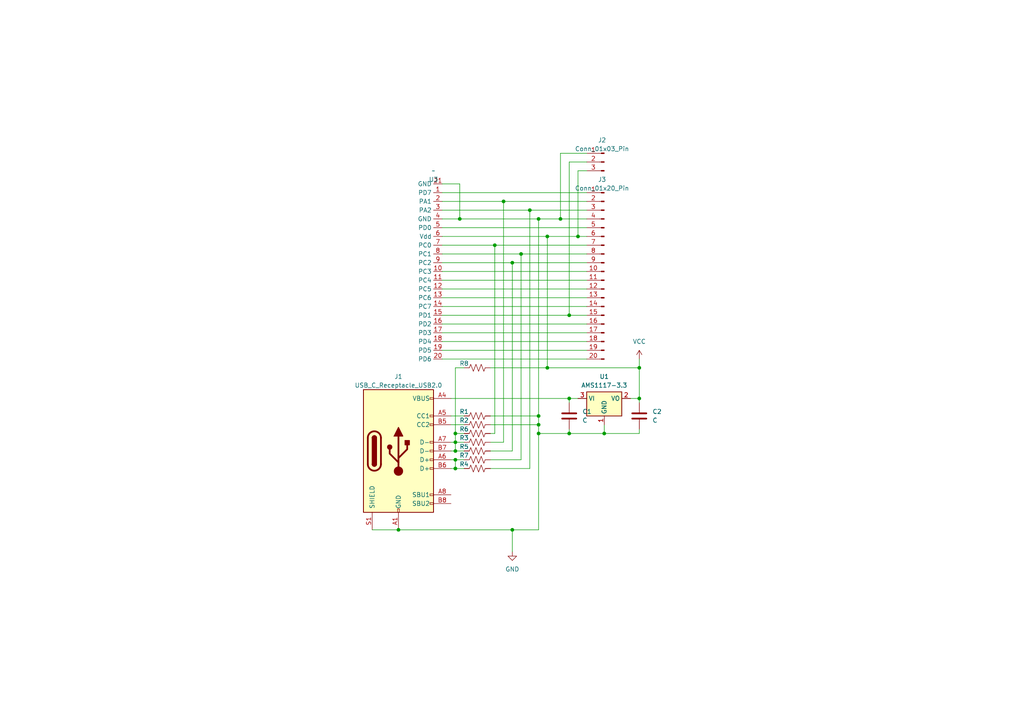
<source format=kicad_sch>
(kicad_sch
	(version 20231120)
	(generator "eeschema")
	(generator_version "8.0")
	(uuid "9b7a82da-0758-41ab-81f5-8a62c3b61b1b")
	(paper "A4")
	(lib_symbols
		(symbol "Connector:Conn_01x03_Pin"
			(pin_names
				(offset 1.016) hide)
			(exclude_from_sim no)
			(in_bom yes)
			(on_board yes)
			(property "Reference" "J"
				(at 0 5.08 0)
				(effects
					(font
						(size 1.27 1.27)
					)
				)
			)
			(property "Value" "Conn_01x03_Pin"
				(at 0 -5.08 0)
				(effects
					(font
						(size 1.27 1.27)
					)
				)
			)
			(property "Footprint" ""
				(at 0 0 0)
				(effects
					(font
						(size 1.27 1.27)
					)
					(hide yes)
				)
			)
			(property "Datasheet" "~"
				(at 0 0 0)
				(effects
					(font
						(size 1.27 1.27)
					)
					(hide yes)
				)
			)
			(property "Description" "Generic connector, single row, 01x03, script generated"
				(at 0 0 0)
				(effects
					(font
						(size 1.27 1.27)
					)
					(hide yes)
				)
			)
			(property "ki_locked" ""
				(at 0 0 0)
				(effects
					(font
						(size 1.27 1.27)
					)
				)
			)
			(property "ki_keywords" "connector"
				(at 0 0 0)
				(effects
					(font
						(size 1.27 1.27)
					)
					(hide yes)
				)
			)
			(property "ki_fp_filters" "Connector*:*_1x??_*"
				(at 0 0 0)
				(effects
					(font
						(size 1.27 1.27)
					)
					(hide yes)
				)
			)
			(symbol "Conn_01x03_Pin_1_1"
				(polyline
					(pts
						(xy 1.27 -2.54) (xy 0.8636 -2.54)
					)
					(stroke
						(width 0.1524)
						(type default)
					)
					(fill
						(type none)
					)
				)
				(polyline
					(pts
						(xy 1.27 0) (xy 0.8636 0)
					)
					(stroke
						(width 0.1524)
						(type default)
					)
					(fill
						(type none)
					)
				)
				(polyline
					(pts
						(xy 1.27 2.54) (xy 0.8636 2.54)
					)
					(stroke
						(width 0.1524)
						(type default)
					)
					(fill
						(type none)
					)
				)
				(rectangle
					(start 0.8636 -2.413)
					(end 0 -2.667)
					(stroke
						(width 0.1524)
						(type default)
					)
					(fill
						(type outline)
					)
				)
				(rectangle
					(start 0.8636 0.127)
					(end 0 -0.127)
					(stroke
						(width 0.1524)
						(type default)
					)
					(fill
						(type outline)
					)
				)
				(rectangle
					(start 0.8636 2.667)
					(end 0 2.413)
					(stroke
						(width 0.1524)
						(type default)
					)
					(fill
						(type outline)
					)
				)
				(pin passive line
					(at 5.08 2.54 180)
					(length 3.81)
					(name "Pin_1"
						(effects
							(font
								(size 1.27 1.27)
							)
						)
					)
					(number "1"
						(effects
							(font
								(size 1.27 1.27)
							)
						)
					)
				)
				(pin passive line
					(at 5.08 0 180)
					(length 3.81)
					(name "Pin_2"
						(effects
							(font
								(size 1.27 1.27)
							)
						)
					)
					(number "2"
						(effects
							(font
								(size 1.27 1.27)
							)
						)
					)
				)
				(pin passive line
					(at 5.08 -2.54 180)
					(length 3.81)
					(name "Pin_3"
						(effects
							(font
								(size 1.27 1.27)
							)
						)
					)
					(number "3"
						(effects
							(font
								(size 1.27 1.27)
							)
						)
					)
				)
			)
		)
		(symbol "Connector:Conn_01x20_Pin"
			(pin_names
				(offset 1.016) hide)
			(exclude_from_sim no)
			(in_bom yes)
			(on_board yes)
			(property "Reference" "J"
				(at 0 25.4 0)
				(effects
					(font
						(size 1.27 1.27)
					)
				)
			)
			(property "Value" "Conn_01x20_Pin"
				(at 0 -27.94 0)
				(effects
					(font
						(size 1.27 1.27)
					)
				)
			)
			(property "Footprint" ""
				(at 0 0 0)
				(effects
					(font
						(size 1.27 1.27)
					)
					(hide yes)
				)
			)
			(property "Datasheet" "~"
				(at 0 0 0)
				(effects
					(font
						(size 1.27 1.27)
					)
					(hide yes)
				)
			)
			(property "Description" "Generic connector, single row, 01x20, script generated"
				(at 0 0 0)
				(effects
					(font
						(size 1.27 1.27)
					)
					(hide yes)
				)
			)
			(property "ki_locked" ""
				(at 0 0 0)
				(effects
					(font
						(size 1.27 1.27)
					)
				)
			)
			(property "ki_keywords" "connector"
				(at 0 0 0)
				(effects
					(font
						(size 1.27 1.27)
					)
					(hide yes)
				)
			)
			(property "ki_fp_filters" "Connector*:*_1x??_*"
				(at 0 0 0)
				(effects
					(font
						(size 1.27 1.27)
					)
					(hide yes)
				)
			)
			(symbol "Conn_01x20_Pin_1_1"
				(polyline
					(pts
						(xy 1.27 -25.4) (xy 0.8636 -25.4)
					)
					(stroke
						(width 0.1524)
						(type default)
					)
					(fill
						(type none)
					)
				)
				(polyline
					(pts
						(xy 1.27 -22.86) (xy 0.8636 -22.86)
					)
					(stroke
						(width 0.1524)
						(type default)
					)
					(fill
						(type none)
					)
				)
				(polyline
					(pts
						(xy 1.27 -20.32) (xy 0.8636 -20.32)
					)
					(stroke
						(width 0.1524)
						(type default)
					)
					(fill
						(type none)
					)
				)
				(polyline
					(pts
						(xy 1.27 -17.78) (xy 0.8636 -17.78)
					)
					(stroke
						(width 0.1524)
						(type default)
					)
					(fill
						(type none)
					)
				)
				(polyline
					(pts
						(xy 1.27 -15.24) (xy 0.8636 -15.24)
					)
					(stroke
						(width 0.1524)
						(type default)
					)
					(fill
						(type none)
					)
				)
				(polyline
					(pts
						(xy 1.27 -12.7) (xy 0.8636 -12.7)
					)
					(stroke
						(width 0.1524)
						(type default)
					)
					(fill
						(type none)
					)
				)
				(polyline
					(pts
						(xy 1.27 -10.16) (xy 0.8636 -10.16)
					)
					(stroke
						(width 0.1524)
						(type default)
					)
					(fill
						(type none)
					)
				)
				(polyline
					(pts
						(xy 1.27 -7.62) (xy 0.8636 -7.62)
					)
					(stroke
						(width 0.1524)
						(type default)
					)
					(fill
						(type none)
					)
				)
				(polyline
					(pts
						(xy 1.27 -5.08) (xy 0.8636 -5.08)
					)
					(stroke
						(width 0.1524)
						(type default)
					)
					(fill
						(type none)
					)
				)
				(polyline
					(pts
						(xy 1.27 -2.54) (xy 0.8636 -2.54)
					)
					(stroke
						(width 0.1524)
						(type default)
					)
					(fill
						(type none)
					)
				)
				(polyline
					(pts
						(xy 1.27 0) (xy 0.8636 0)
					)
					(stroke
						(width 0.1524)
						(type default)
					)
					(fill
						(type none)
					)
				)
				(polyline
					(pts
						(xy 1.27 2.54) (xy 0.8636 2.54)
					)
					(stroke
						(width 0.1524)
						(type default)
					)
					(fill
						(type none)
					)
				)
				(polyline
					(pts
						(xy 1.27 5.08) (xy 0.8636 5.08)
					)
					(stroke
						(width 0.1524)
						(type default)
					)
					(fill
						(type none)
					)
				)
				(polyline
					(pts
						(xy 1.27 7.62) (xy 0.8636 7.62)
					)
					(stroke
						(width 0.1524)
						(type default)
					)
					(fill
						(type none)
					)
				)
				(polyline
					(pts
						(xy 1.27 10.16) (xy 0.8636 10.16)
					)
					(stroke
						(width 0.1524)
						(type default)
					)
					(fill
						(type none)
					)
				)
				(polyline
					(pts
						(xy 1.27 12.7) (xy 0.8636 12.7)
					)
					(stroke
						(width 0.1524)
						(type default)
					)
					(fill
						(type none)
					)
				)
				(polyline
					(pts
						(xy 1.27 15.24) (xy 0.8636 15.24)
					)
					(stroke
						(width 0.1524)
						(type default)
					)
					(fill
						(type none)
					)
				)
				(polyline
					(pts
						(xy 1.27 17.78) (xy 0.8636 17.78)
					)
					(stroke
						(width 0.1524)
						(type default)
					)
					(fill
						(type none)
					)
				)
				(polyline
					(pts
						(xy 1.27 20.32) (xy 0.8636 20.32)
					)
					(stroke
						(width 0.1524)
						(type default)
					)
					(fill
						(type none)
					)
				)
				(polyline
					(pts
						(xy 1.27 22.86) (xy 0.8636 22.86)
					)
					(stroke
						(width 0.1524)
						(type default)
					)
					(fill
						(type none)
					)
				)
				(rectangle
					(start 0.8636 -25.273)
					(end 0 -25.527)
					(stroke
						(width 0.1524)
						(type default)
					)
					(fill
						(type outline)
					)
				)
				(rectangle
					(start 0.8636 -22.733)
					(end 0 -22.987)
					(stroke
						(width 0.1524)
						(type default)
					)
					(fill
						(type outline)
					)
				)
				(rectangle
					(start 0.8636 -20.193)
					(end 0 -20.447)
					(stroke
						(width 0.1524)
						(type default)
					)
					(fill
						(type outline)
					)
				)
				(rectangle
					(start 0.8636 -17.653)
					(end 0 -17.907)
					(stroke
						(width 0.1524)
						(type default)
					)
					(fill
						(type outline)
					)
				)
				(rectangle
					(start 0.8636 -15.113)
					(end 0 -15.367)
					(stroke
						(width 0.1524)
						(type default)
					)
					(fill
						(type outline)
					)
				)
				(rectangle
					(start 0.8636 -12.573)
					(end 0 -12.827)
					(stroke
						(width 0.1524)
						(type default)
					)
					(fill
						(type outline)
					)
				)
				(rectangle
					(start 0.8636 -10.033)
					(end 0 -10.287)
					(stroke
						(width 0.1524)
						(type default)
					)
					(fill
						(type outline)
					)
				)
				(rectangle
					(start 0.8636 -7.493)
					(end 0 -7.747)
					(stroke
						(width 0.1524)
						(type default)
					)
					(fill
						(type outline)
					)
				)
				(rectangle
					(start 0.8636 -4.953)
					(end 0 -5.207)
					(stroke
						(width 0.1524)
						(type default)
					)
					(fill
						(type outline)
					)
				)
				(rectangle
					(start 0.8636 -2.413)
					(end 0 -2.667)
					(stroke
						(width 0.1524)
						(type default)
					)
					(fill
						(type outline)
					)
				)
				(rectangle
					(start 0.8636 0.127)
					(end 0 -0.127)
					(stroke
						(width 0.1524)
						(type default)
					)
					(fill
						(type outline)
					)
				)
				(rectangle
					(start 0.8636 2.667)
					(end 0 2.413)
					(stroke
						(width 0.1524)
						(type default)
					)
					(fill
						(type outline)
					)
				)
				(rectangle
					(start 0.8636 5.207)
					(end 0 4.953)
					(stroke
						(width 0.1524)
						(type default)
					)
					(fill
						(type outline)
					)
				)
				(rectangle
					(start 0.8636 7.747)
					(end 0 7.493)
					(stroke
						(width 0.1524)
						(type default)
					)
					(fill
						(type outline)
					)
				)
				(rectangle
					(start 0.8636 10.287)
					(end 0 10.033)
					(stroke
						(width 0.1524)
						(type default)
					)
					(fill
						(type outline)
					)
				)
				(rectangle
					(start 0.8636 12.827)
					(end 0 12.573)
					(stroke
						(width 0.1524)
						(type default)
					)
					(fill
						(type outline)
					)
				)
				(rectangle
					(start 0.8636 15.367)
					(end 0 15.113)
					(stroke
						(width 0.1524)
						(type default)
					)
					(fill
						(type outline)
					)
				)
				(rectangle
					(start 0.8636 17.907)
					(end 0 17.653)
					(stroke
						(width 0.1524)
						(type default)
					)
					(fill
						(type outline)
					)
				)
				(rectangle
					(start 0.8636 20.447)
					(end 0 20.193)
					(stroke
						(width 0.1524)
						(type default)
					)
					(fill
						(type outline)
					)
				)
				(rectangle
					(start 0.8636 22.987)
					(end 0 22.733)
					(stroke
						(width 0.1524)
						(type default)
					)
					(fill
						(type outline)
					)
				)
				(pin passive line
					(at 5.08 22.86 180)
					(length 3.81)
					(name "Pin_1"
						(effects
							(font
								(size 1.27 1.27)
							)
						)
					)
					(number "1"
						(effects
							(font
								(size 1.27 1.27)
							)
						)
					)
				)
				(pin passive line
					(at 5.08 0 180)
					(length 3.81)
					(name "Pin_10"
						(effects
							(font
								(size 1.27 1.27)
							)
						)
					)
					(number "10"
						(effects
							(font
								(size 1.27 1.27)
							)
						)
					)
				)
				(pin passive line
					(at 5.08 -2.54 180)
					(length 3.81)
					(name "Pin_11"
						(effects
							(font
								(size 1.27 1.27)
							)
						)
					)
					(number "11"
						(effects
							(font
								(size 1.27 1.27)
							)
						)
					)
				)
				(pin passive line
					(at 5.08 -5.08 180)
					(length 3.81)
					(name "Pin_12"
						(effects
							(font
								(size 1.27 1.27)
							)
						)
					)
					(number "12"
						(effects
							(font
								(size 1.27 1.27)
							)
						)
					)
				)
				(pin passive line
					(at 5.08 -7.62 180)
					(length 3.81)
					(name "Pin_13"
						(effects
							(font
								(size 1.27 1.27)
							)
						)
					)
					(number "13"
						(effects
							(font
								(size 1.27 1.27)
							)
						)
					)
				)
				(pin passive line
					(at 5.08 -10.16 180)
					(length 3.81)
					(name "Pin_14"
						(effects
							(font
								(size 1.27 1.27)
							)
						)
					)
					(number "14"
						(effects
							(font
								(size 1.27 1.27)
							)
						)
					)
				)
				(pin passive line
					(at 5.08 -12.7 180)
					(length 3.81)
					(name "Pin_15"
						(effects
							(font
								(size 1.27 1.27)
							)
						)
					)
					(number "15"
						(effects
							(font
								(size 1.27 1.27)
							)
						)
					)
				)
				(pin passive line
					(at 5.08 -15.24 180)
					(length 3.81)
					(name "Pin_16"
						(effects
							(font
								(size 1.27 1.27)
							)
						)
					)
					(number "16"
						(effects
							(font
								(size 1.27 1.27)
							)
						)
					)
				)
				(pin passive line
					(at 5.08 -17.78 180)
					(length 3.81)
					(name "Pin_17"
						(effects
							(font
								(size 1.27 1.27)
							)
						)
					)
					(number "17"
						(effects
							(font
								(size 1.27 1.27)
							)
						)
					)
				)
				(pin passive line
					(at 5.08 -20.32 180)
					(length 3.81)
					(name "Pin_18"
						(effects
							(font
								(size 1.27 1.27)
							)
						)
					)
					(number "18"
						(effects
							(font
								(size 1.27 1.27)
							)
						)
					)
				)
				(pin passive line
					(at 5.08 -22.86 180)
					(length 3.81)
					(name "Pin_19"
						(effects
							(font
								(size 1.27 1.27)
							)
						)
					)
					(number "19"
						(effects
							(font
								(size 1.27 1.27)
							)
						)
					)
				)
				(pin passive line
					(at 5.08 20.32 180)
					(length 3.81)
					(name "Pin_2"
						(effects
							(font
								(size 1.27 1.27)
							)
						)
					)
					(number "2"
						(effects
							(font
								(size 1.27 1.27)
							)
						)
					)
				)
				(pin passive line
					(at 5.08 -25.4 180)
					(length 3.81)
					(name "Pin_20"
						(effects
							(font
								(size 1.27 1.27)
							)
						)
					)
					(number "20"
						(effects
							(font
								(size 1.27 1.27)
							)
						)
					)
				)
				(pin passive line
					(at 5.08 17.78 180)
					(length 3.81)
					(name "Pin_3"
						(effects
							(font
								(size 1.27 1.27)
							)
						)
					)
					(number "3"
						(effects
							(font
								(size 1.27 1.27)
							)
						)
					)
				)
				(pin passive line
					(at 5.08 15.24 180)
					(length 3.81)
					(name "Pin_4"
						(effects
							(font
								(size 1.27 1.27)
							)
						)
					)
					(number "4"
						(effects
							(font
								(size 1.27 1.27)
							)
						)
					)
				)
				(pin passive line
					(at 5.08 12.7 180)
					(length 3.81)
					(name "Pin_5"
						(effects
							(font
								(size 1.27 1.27)
							)
						)
					)
					(number "5"
						(effects
							(font
								(size 1.27 1.27)
							)
						)
					)
				)
				(pin passive line
					(at 5.08 10.16 180)
					(length 3.81)
					(name "Pin_6"
						(effects
							(font
								(size 1.27 1.27)
							)
						)
					)
					(number "6"
						(effects
							(font
								(size 1.27 1.27)
							)
						)
					)
				)
				(pin passive line
					(at 5.08 7.62 180)
					(length 3.81)
					(name "Pin_7"
						(effects
							(font
								(size 1.27 1.27)
							)
						)
					)
					(number "7"
						(effects
							(font
								(size 1.27 1.27)
							)
						)
					)
				)
				(pin passive line
					(at 5.08 5.08 180)
					(length 3.81)
					(name "Pin_8"
						(effects
							(font
								(size 1.27 1.27)
							)
						)
					)
					(number "8"
						(effects
							(font
								(size 1.27 1.27)
							)
						)
					)
				)
				(pin passive line
					(at 5.08 2.54 180)
					(length 3.81)
					(name "Pin_9"
						(effects
							(font
								(size 1.27 1.27)
							)
						)
					)
					(number "9"
						(effects
							(font
								(size 1.27 1.27)
							)
						)
					)
				)
			)
		)
		(symbol "Connector:USB_C_Receptacle_USB2.0"
			(pin_names
				(offset 1.016)
			)
			(exclude_from_sim no)
			(in_bom yes)
			(on_board yes)
			(property "Reference" "J"
				(at -10.16 19.05 0)
				(effects
					(font
						(size 1.27 1.27)
					)
					(justify left)
				)
			)
			(property "Value" "USB_C_Receptacle_USB2.0"
				(at 19.05 19.05 0)
				(effects
					(font
						(size 1.27 1.27)
					)
					(justify right)
				)
			)
			(property "Footprint" ""
				(at 3.81 0 0)
				(effects
					(font
						(size 1.27 1.27)
					)
					(hide yes)
				)
			)
			(property "Datasheet" "https://www.usb.org/sites/default/files/documents/usb_type-c.zip"
				(at 3.81 0 0)
				(effects
					(font
						(size 1.27 1.27)
					)
					(hide yes)
				)
			)
			(property "Description" "USB 2.0-only Type-C Receptacle connector"
				(at 0 0 0)
				(effects
					(font
						(size 1.27 1.27)
					)
					(hide yes)
				)
			)
			(property "ki_keywords" "usb universal serial bus type-C USB2.0"
				(at 0 0 0)
				(effects
					(font
						(size 1.27 1.27)
					)
					(hide yes)
				)
			)
			(property "ki_fp_filters" "USB*C*Receptacle*"
				(at 0 0 0)
				(effects
					(font
						(size 1.27 1.27)
					)
					(hide yes)
				)
			)
			(symbol "USB_C_Receptacle_USB2.0_0_0"
				(rectangle
					(start -0.254 -17.78)
					(end 0.254 -16.764)
					(stroke
						(width 0)
						(type default)
					)
					(fill
						(type none)
					)
				)
				(rectangle
					(start 10.16 -14.986)
					(end 9.144 -15.494)
					(stroke
						(width 0)
						(type default)
					)
					(fill
						(type none)
					)
				)
				(rectangle
					(start 10.16 -12.446)
					(end 9.144 -12.954)
					(stroke
						(width 0)
						(type default)
					)
					(fill
						(type none)
					)
				)
				(rectangle
					(start 10.16 -4.826)
					(end 9.144 -5.334)
					(stroke
						(width 0)
						(type default)
					)
					(fill
						(type none)
					)
				)
				(rectangle
					(start 10.16 -2.286)
					(end 9.144 -2.794)
					(stroke
						(width 0)
						(type default)
					)
					(fill
						(type none)
					)
				)
				(rectangle
					(start 10.16 0.254)
					(end 9.144 -0.254)
					(stroke
						(width 0)
						(type default)
					)
					(fill
						(type none)
					)
				)
				(rectangle
					(start 10.16 2.794)
					(end 9.144 2.286)
					(stroke
						(width 0)
						(type default)
					)
					(fill
						(type none)
					)
				)
				(rectangle
					(start 10.16 7.874)
					(end 9.144 7.366)
					(stroke
						(width 0)
						(type default)
					)
					(fill
						(type none)
					)
				)
				(rectangle
					(start 10.16 10.414)
					(end 9.144 9.906)
					(stroke
						(width 0)
						(type default)
					)
					(fill
						(type none)
					)
				)
				(rectangle
					(start 10.16 15.494)
					(end 9.144 14.986)
					(stroke
						(width 0)
						(type default)
					)
					(fill
						(type none)
					)
				)
			)
			(symbol "USB_C_Receptacle_USB2.0_0_1"
				(rectangle
					(start -10.16 17.78)
					(end 10.16 -17.78)
					(stroke
						(width 0.254)
						(type default)
					)
					(fill
						(type background)
					)
				)
				(arc
					(start -8.89 -3.81)
					(mid -6.985 -5.7067)
					(end -5.08 -3.81)
					(stroke
						(width 0.508)
						(type default)
					)
					(fill
						(type none)
					)
				)
				(arc
					(start -7.62 -3.81)
					(mid -6.985 -4.4423)
					(end -6.35 -3.81)
					(stroke
						(width 0.254)
						(type default)
					)
					(fill
						(type none)
					)
				)
				(arc
					(start -7.62 -3.81)
					(mid -6.985 -4.4423)
					(end -6.35 -3.81)
					(stroke
						(width 0.254)
						(type default)
					)
					(fill
						(type outline)
					)
				)
				(rectangle
					(start -7.62 -3.81)
					(end -6.35 3.81)
					(stroke
						(width 0.254)
						(type default)
					)
					(fill
						(type outline)
					)
				)
				(arc
					(start -6.35 3.81)
					(mid -6.985 4.4423)
					(end -7.62 3.81)
					(stroke
						(width 0.254)
						(type default)
					)
					(fill
						(type none)
					)
				)
				(arc
					(start -6.35 3.81)
					(mid -6.985 4.4423)
					(end -7.62 3.81)
					(stroke
						(width 0.254)
						(type default)
					)
					(fill
						(type outline)
					)
				)
				(arc
					(start -5.08 3.81)
					(mid -6.985 5.7067)
					(end -8.89 3.81)
					(stroke
						(width 0.508)
						(type default)
					)
					(fill
						(type none)
					)
				)
				(circle
					(center -2.54 1.143)
					(radius 0.635)
					(stroke
						(width 0.254)
						(type default)
					)
					(fill
						(type outline)
					)
				)
				(circle
					(center 0 -5.842)
					(radius 1.27)
					(stroke
						(width 0)
						(type default)
					)
					(fill
						(type outline)
					)
				)
				(polyline
					(pts
						(xy -8.89 -3.81) (xy -8.89 3.81)
					)
					(stroke
						(width 0.508)
						(type default)
					)
					(fill
						(type none)
					)
				)
				(polyline
					(pts
						(xy -5.08 3.81) (xy -5.08 -3.81)
					)
					(stroke
						(width 0.508)
						(type default)
					)
					(fill
						(type none)
					)
				)
				(polyline
					(pts
						(xy 0 -5.842) (xy 0 4.318)
					)
					(stroke
						(width 0.508)
						(type default)
					)
					(fill
						(type none)
					)
				)
				(polyline
					(pts
						(xy 0 -3.302) (xy -2.54 -0.762) (xy -2.54 0.508)
					)
					(stroke
						(width 0.508)
						(type default)
					)
					(fill
						(type none)
					)
				)
				(polyline
					(pts
						(xy 0 -2.032) (xy 2.54 0.508) (xy 2.54 1.778)
					)
					(stroke
						(width 0.508)
						(type default)
					)
					(fill
						(type none)
					)
				)
				(polyline
					(pts
						(xy -1.27 4.318) (xy 0 6.858) (xy 1.27 4.318) (xy -1.27 4.318)
					)
					(stroke
						(width 0.254)
						(type default)
					)
					(fill
						(type outline)
					)
				)
				(rectangle
					(start 1.905 1.778)
					(end 3.175 3.048)
					(stroke
						(width 0.254)
						(type default)
					)
					(fill
						(type outline)
					)
				)
			)
			(symbol "USB_C_Receptacle_USB2.0_1_1"
				(pin passive line
					(at 0 -22.86 90)
					(length 5.08)
					(name "GND"
						(effects
							(font
								(size 1.27 1.27)
							)
						)
					)
					(number "A1"
						(effects
							(font
								(size 1.27 1.27)
							)
						)
					)
				)
				(pin passive line
					(at 0 -22.86 90)
					(length 5.08) hide
					(name "GND"
						(effects
							(font
								(size 1.27 1.27)
							)
						)
					)
					(number "A12"
						(effects
							(font
								(size 1.27 1.27)
							)
						)
					)
				)
				(pin passive line
					(at 15.24 15.24 180)
					(length 5.08)
					(name "VBUS"
						(effects
							(font
								(size 1.27 1.27)
							)
						)
					)
					(number "A4"
						(effects
							(font
								(size 1.27 1.27)
							)
						)
					)
				)
				(pin bidirectional line
					(at 15.24 10.16 180)
					(length 5.08)
					(name "CC1"
						(effects
							(font
								(size 1.27 1.27)
							)
						)
					)
					(number "A5"
						(effects
							(font
								(size 1.27 1.27)
							)
						)
					)
				)
				(pin bidirectional line
					(at 15.24 -2.54 180)
					(length 5.08)
					(name "D+"
						(effects
							(font
								(size 1.27 1.27)
							)
						)
					)
					(number "A6"
						(effects
							(font
								(size 1.27 1.27)
							)
						)
					)
				)
				(pin bidirectional line
					(at 15.24 2.54 180)
					(length 5.08)
					(name "D-"
						(effects
							(font
								(size 1.27 1.27)
							)
						)
					)
					(number "A7"
						(effects
							(font
								(size 1.27 1.27)
							)
						)
					)
				)
				(pin bidirectional line
					(at 15.24 -12.7 180)
					(length 5.08)
					(name "SBU1"
						(effects
							(font
								(size 1.27 1.27)
							)
						)
					)
					(number "A8"
						(effects
							(font
								(size 1.27 1.27)
							)
						)
					)
				)
				(pin passive line
					(at 15.24 15.24 180)
					(length 5.08) hide
					(name "VBUS"
						(effects
							(font
								(size 1.27 1.27)
							)
						)
					)
					(number "A9"
						(effects
							(font
								(size 1.27 1.27)
							)
						)
					)
				)
				(pin passive line
					(at 0 -22.86 90)
					(length 5.08) hide
					(name "GND"
						(effects
							(font
								(size 1.27 1.27)
							)
						)
					)
					(number "B1"
						(effects
							(font
								(size 1.27 1.27)
							)
						)
					)
				)
				(pin passive line
					(at 0 -22.86 90)
					(length 5.08) hide
					(name "GND"
						(effects
							(font
								(size 1.27 1.27)
							)
						)
					)
					(number "B12"
						(effects
							(font
								(size 1.27 1.27)
							)
						)
					)
				)
				(pin passive line
					(at 15.24 15.24 180)
					(length 5.08) hide
					(name "VBUS"
						(effects
							(font
								(size 1.27 1.27)
							)
						)
					)
					(number "B4"
						(effects
							(font
								(size 1.27 1.27)
							)
						)
					)
				)
				(pin bidirectional line
					(at 15.24 7.62 180)
					(length 5.08)
					(name "CC2"
						(effects
							(font
								(size 1.27 1.27)
							)
						)
					)
					(number "B5"
						(effects
							(font
								(size 1.27 1.27)
							)
						)
					)
				)
				(pin bidirectional line
					(at 15.24 -5.08 180)
					(length 5.08)
					(name "D+"
						(effects
							(font
								(size 1.27 1.27)
							)
						)
					)
					(number "B6"
						(effects
							(font
								(size 1.27 1.27)
							)
						)
					)
				)
				(pin bidirectional line
					(at 15.24 0 180)
					(length 5.08)
					(name "D-"
						(effects
							(font
								(size 1.27 1.27)
							)
						)
					)
					(number "B7"
						(effects
							(font
								(size 1.27 1.27)
							)
						)
					)
				)
				(pin bidirectional line
					(at 15.24 -15.24 180)
					(length 5.08)
					(name "SBU2"
						(effects
							(font
								(size 1.27 1.27)
							)
						)
					)
					(number "B8"
						(effects
							(font
								(size 1.27 1.27)
							)
						)
					)
				)
				(pin passive line
					(at 15.24 15.24 180)
					(length 5.08) hide
					(name "VBUS"
						(effects
							(font
								(size 1.27 1.27)
							)
						)
					)
					(number "B9"
						(effects
							(font
								(size 1.27 1.27)
							)
						)
					)
				)
				(pin passive line
					(at -7.62 -22.86 90)
					(length 5.08)
					(name "SHIELD"
						(effects
							(font
								(size 1.27 1.27)
							)
						)
					)
					(number "S1"
						(effects
							(font
								(size 1.27 1.27)
							)
						)
					)
				)
			)
		)
		(symbol "Device:C"
			(pin_numbers hide)
			(pin_names
				(offset 0.254)
			)
			(exclude_from_sim no)
			(in_bom yes)
			(on_board yes)
			(property "Reference" "C"
				(at 0.635 2.54 0)
				(effects
					(font
						(size 1.27 1.27)
					)
					(justify left)
				)
			)
			(property "Value" "C"
				(at 0.635 -2.54 0)
				(effects
					(font
						(size 1.27 1.27)
					)
					(justify left)
				)
			)
			(property "Footprint" ""
				(at 0.9652 -3.81 0)
				(effects
					(font
						(size 1.27 1.27)
					)
					(hide yes)
				)
			)
			(property "Datasheet" "~"
				(at 0 0 0)
				(effects
					(font
						(size 1.27 1.27)
					)
					(hide yes)
				)
			)
			(property "Description" "Unpolarized capacitor"
				(at 0 0 0)
				(effects
					(font
						(size 1.27 1.27)
					)
					(hide yes)
				)
			)
			(property "ki_keywords" "cap capacitor"
				(at 0 0 0)
				(effects
					(font
						(size 1.27 1.27)
					)
					(hide yes)
				)
			)
			(property "ki_fp_filters" "C_*"
				(at 0 0 0)
				(effects
					(font
						(size 1.27 1.27)
					)
					(hide yes)
				)
			)
			(symbol "C_0_1"
				(polyline
					(pts
						(xy -2.032 -0.762) (xy 2.032 -0.762)
					)
					(stroke
						(width 0.508)
						(type default)
					)
					(fill
						(type none)
					)
				)
				(polyline
					(pts
						(xy -2.032 0.762) (xy 2.032 0.762)
					)
					(stroke
						(width 0.508)
						(type default)
					)
					(fill
						(type none)
					)
				)
			)
			(symbol "C_1_1"
				(pin passive line
					(at 0 3.81 270)
					(length 2.794)
					(name "~"
						(effects
							(font
								(size 1.27 1.27)
							)
						)
					)
					(number "1"
						(effects
							(font
								(size 1.27 1.27)
							)
						)
					)
				)
				(pin passive line
					(at 0 -3.81 90)
					(length 2.794)
					(name "~"
						(effects
							(font
								(size 1.27 1.27)
							)
						)
					)
					(number "2"
						(effects
							(font
								(size 1.27 1.27)
							)
						)
					)
				)
			)
		)
		(symbol "Device:R_US"
			(pin_numbers hide)
			(pin_names
				(offset 0)
			)
			(exclude_from_sim no)
			(in_bom yes)
			(on_board yes)
			(property "Reference" "R"
				(at 2.54 0 90)
				(effects
					(font
						(size 1.27 1.27)
					)
				)
			)
			(property "Value" "R_US"
				(at -2.54 0 90)
				(effects
					(font
						(size 1.27 1.27)
					)
				)
			)
			(property "Footprint" ""
				(at 1.016 -0.254 90)
				(effects
					(font
						(size 1.27 1.27)
					)
					(hide yes)
				)
			)
			(property "Datasheet" "~"
				(at 0 0 0)
				(effects
					(font
						(size 1.27 1.27)
					)
					(hide yes)
				)
			)
			(property "Description" "Resistor, US symbol"
				(at 0 0 0)
				(effects
					(font
						(size 1.27 1.27)
					)
					(hide yes)
				)
			)
			(property "ki_keywords" "R res resistor"
				(at 0 0 0)
				(effects
					(font
						(size 1.27 1.27)
					)
					(hide yes)
				)
			)
			(property "ki_fp_filters" "R_*"
				(at 0 0 0)
				(effects
					(font
						(size 1.27 1.27)
					)
					(hide yes)
				)
			)
			(symbol "R_US_0_1"
				(polyline
					(pts
						(xy 0 -2.286) (xy 0 -2.54)
					)
					(stroke
						(width 0)
						(type default)
					)
					(fill
						(type none)
					)
				)
				(polyline
					(pts
						(xy 0 2.286) (xy 0 2.54)
					)
					(stroke
						(width 0)
						(type default)
					)
					(fill
						(type none)
					)
				)
				(polyline
					(pts
						(xy 0 -0.762) (xy 1.016 -1.143) (xy 0 -1.524) (xy -1.016 -1.905) (xy 0 -2.286)
					)
					(stroke
						(width 0)
						(type default)
					)
					(fill
						(type none)
					)
				)
				(polyline
					(pts
						(xy 0 0.762) (xy 1.016 0.381) (xy 0 0) (xy -1.016 -0.381) (xy 0 -0.762)
					)
					(stroke
						(width 0)
						(type default)
					)
					(fill
						(type none)
					)
				)
				(polyline
					(pts
						(xy 0 2.286) (xy 1.016 1.905) (xy 0 1.524) (xy -1.016 1.143) (xy 0 0.762)
					)
					(stroke
						(width 0)
						(type default)
					)
					(fill
						(type none)
					)
				)
			)
			(symbol "R_US_1_1"
				(pin passive line
					(at 0 3.81 270)
					(length 1.27)
					(name "~"
						(effects
							(font
								(size 1.27 1.27)
							)
						)
					)
					(number "1"
						(effects
							(font
								(size 1.27 1.27)
							)
						)
					)
				)
				(pin passive line
					(at 0 -3.81 90)
					(length 1.27)
					(name "~"
						(effects
							(font
								(size 1.27 1.27)
							)
						)
					)
					(number "2"
						(effects
							(font
								(size 1.27 1.27)
							)
						)
					)
				)
			)
		)
		(symbol "Regulator_Linear:AMS1117-3.3"
			(exclude_from_sim no)
			(in_bom yes)
			(on_board yes)
			(property "Reference" "U"
				(at -3.81 3.175 0)
				(effects
					(font
						(size 1.27 1.27)
					)
				)
			)
			(property "Value" "AMS1117-3.3"
				(at 0 3.175 0)
				(effects
					(font
						(size 1.27 1.27)
					)
					(justify left)
				)
			)
			(property "Footprint" "Package_TO_SOT_SMD:SOT-223-3_TabPin2"
				(at 0 5.08 0)
				(effects
					(font
						(size 1.27 1.27)
					)
					(hide yes)
				)
			)
			(property "Datasheet" "http://www.advanced-monolithic.com/pdf/ds1117.pdf"
				(at 2.54 -6.35 0)
				(effects
					(font
						(size 1.27 1.27)
					)
					(hide yes)
				)
			)
			(property "Description" "1A Low Dropout regulator, positive, 3.3V fixed output, SOT-223"
				(at 0 0 0)
				(effects
					(font
						(size 1.27 1.27)
					)
					(hide yes)
				)
			)
			(property "ki_keywords" "linear regulator ldo fixed positive"
				(at 0 0 0)
				(effects
					(font
						(size 1.27 1.27)
					)
					(hide yes)
				)
			)
			(property "ki_fp_filters" "SOT?223*TabPin2*"
				(at 0 0 0)
				(effects
					(font
						(size 1.27 1.27)
					)
					(hide yes)
				)
			)
			(symbol "AMS1117-3.3_0_1"
				(rectangle
					(start -5.08 -5.08)
					(end 5.08 1.905)
					(stroke
						(width 0.254)
						(type default)
					)
					(fill
						(type background)
					)
				)
			)
			(symbol "AMS1117-3.3_1_1"
				(pin power_in line
					(at 0 -7.62 90)
					(length 2.54)
					(name "GND"
						(effects
							(font
								(size 1.27 1.27)
							)
						)
					)
					(number "1"
						(effects
							(font
								(size 1.27 1.27)
							)
						)
					)
				)
				(pin power_out line
					(at 7.62 0 180)
					(length 2.54)
					(name "VO"
						(effects
							(font
								(size 1.27 1.27)
							)
						)
					)
					(number "2"
						(effects
							(font
								(size 1.27 1.27)
							)
						)
					)
				)
				(pin power_in line
					(at -7.62 0 0)
					(length 2.54)
					(name "VI"
						(effects
							(font
								(size 1.27 1.27)
							)
						)
					)
					(number "3"
						(effects
							(font
								(size 1.27 1.27)
							)
						)
					)
				)
			)
		)
		(symbol "WCH_Library:CH32V003F4U6"
			(exclude_from_sim no)
			(in_bom yes)
			(on_board yes)
			(property "Reference" "U3"
				(at 0 -2.54 0)
				(effects
					(font
						(size 1.27 1.27)
					)
				)
			)
			(property "Value" "~"
				(at 0 0 0)
				(effects
					(font
						(size 1.27 1.27)
					)
				)
			)
			(property "Footprint" "Package_DFN_QFN:QFN-20-1EP_3x3mm_P0.4mm_EP1.65x1.65mm"
				(at 0 0 0)
				(effects
					(font
						(size 1.27 1.27)
					)
					(hide yes)
				)
			)
			(property "Datasheet" ""
				(at 0 0 0)
				(effects
					(font
						(size 1.27 1.27)
					)
					(hide yes)
				)
			)
			(property "Description" ""
				(at 0 0 0)
				(effects
					(font
						(size 1.27 1.27)
					)
					(hide yes)
				)
			)
			(symbol "CH32V003F4U6_1_1"
				(pin bidirectional line
					(at 2.54 -6.35 180)
					(length 2.54)
					(name "PD7"
						(effects
							(font
								(size 1.27 1.27)
							)
						)
					)
					(number "1"
						(effects
							(font
								(size 1.27 1.27)
							)
						)
					)
				)
				(pin bidirectional line
					(at 2.54 -29.21 180)
					(length 2.54)
					(name "PC3"
						(effects
							(font
								(size 1.27 1.27)
							)
						)
					)
					(number "10"
						(effects
							(font
								(size 1.27 1.27)
							)
						)
					)
				)
				(pin bidirectional line
					(at 2.54 -31.75 180)
					(length 2.54)
					(name "PC4"
						(effects
							(font
								(size 1.27 1.27)
							)
						)
					)
					(number "11"
						(effects
							(font
								(size 1.27 1.27)
							)
						)
					)
				)
				(pin bidirectional line
					(at 2.54 -34.29 180)
					(length 2.54)
					(name "PC5"
						(effects
							(font
								(size 1.27 1.27)
							)
						)
					)
					(number "12"
						(effects
							(font
								(size 1.27 1.27)
							)
						)
					)
				)
				(pin bidirectional line
					(at 2.54 -36.83 180)
					(length 2.54)
					(name "PC6"
						(effects
							(font
								(size 1.27 1.27)
							)
						)
					)
					(number "13"
						(effects
							(font
								(size 1.27 1.27)
							)
						)
					)
				)
				(pin bidirectional line
					(at 2.54 -39.37 180)
					(length 2.54)
					(name "PC7"
						(effects
							(font
								(size 1.27 1.27)
							)
						)
					)
					(number "14"
						(effects
							(font
								(size 1.27 1.27)
							)
						)
					)
				)
				(pin bidirectional line
					(at 2.54 -41.91 180)
					(length 2.54)
					(name "PD1"
						(effects
							(font
								(size 1.27 1.27)
							)
						)
					)
					(number "15"
						(effects
							(font
								(size 1.27 1.27)
							)
						)
					)
				)
				(pin bidirectional line
					(at 2.54 -44.45 180)
					(length 2.54)
					(name "PD2"
						(effects
							(font
								(size 1.27 1.27)
							)
						)
					)
					(number "16"
						(effects
							(font
								(size 1.27 1.27)
							)
						)
					)
				)
				(pin bidirectional line
					(at 2.54 -46.99 180)
					(length 2.54)
					(name "PD3"
						(effects
							(font
								(size 1.27 1.27)
							)
						)
					)
					(number "17"
						(effects
							(font
								(size 1.27 1.27)
							)
						)
					)
				)
				(pin bidirectional line
					(at 2.54 -49.53 180)
					(length 2.54)
					(name "PD4"
						(effects
							(font
								(size 1.27 1.27)
							)
						)
					)
					(number "18"
						(effects
							(font
								(size 1.27 1.27)
							)
						)
					)
				)
				(pin bidirectional line
					(at 2.54 -52.07 180)
					(length 2.54)
					(name "PD5"
						(effects
							(font
								(size 1.27 1.27)
							)
						)
					)
					(number "19"
						(effects
							(font
								(size 1.27 1.27)
							)
						)
					)
				)
				(pin bidirectional line
					(at 2.54 -8.89 180)
					(length 2.54)
					(name "PA1"
						(effects
							(font
								(size 1.27 1.27)
							)
						)
					)
					(number "2"
						(effects
							(font
								(size 1.27 1.27)
							)
						)
					)
				)
				(pin bidirectional line
					(at 2.54 -54.61 180)
					(length 2.54)
					(name "PD6"
						(effects
							(font
								(size 1.27 1.27)
							)
						)
					)
					(number "20"
						(effects
							(font
								(size 1.27 1.27)
							)
						)
					)
				)
				(pin power_in line
					(at 2.54 -3.81 180)
					(length 2.54)
					(name "GND"
						(effects
							(font
								(size 1.27 1.27)
							)
						)
					)
					(number "21"
						(effects
							(font
								(size 1.27 1.27)
							)
						)
					)
				)
				(pin bidirectional line
					(at 2.54 -11.43 180)
					(length 2.54)
					(name "PA2"
						(effects
							(font
								(size 1.27 1.27)
							)
						)
					)
					(number "3"
						(effects
							(font
								(size 1.27 1.27)
							)
						)
					)
				)
				(pin bidirectional line
					(at 2.54 -13.97 180)
					(length 2.54)
					(name "GND"
						(effects
							(font
								(size 1.27 1.27)
							)
						)
					)
					(number "4"
						(effects
							(font
								(size 1.27 1.27)
							)
						)
					)
				)
				(pin bidirectional line
					(at 2.54 -16.51 180)
					(length 2.54)
					(name "PD0"
						(effects
							(font
								(size 1.27 1.27)
							)
						)
					)
					(number "5"
						(effects
							(font
								(size 1.27 1.27)
							)
						)
					)
				)
				(pin power_in line
					(at 2.54 -19.05 180)
					(length 2.54)
					(name "Vdd"
						(effects
							(font
								(size 1.27 1.27)
							)
						)
					)
					(number "6"
						(effects
							(font
								(size 1.27 1.27)
							)
						)
					)
				)
				(pin bidirectional line
					(at 2.54 -21.59 180)
					(length 2.54)
					(name "PC0"
						(effects
							(font
								(size 1.27 1.27)
							)
						)
					)
					(number "7"
						(effects
							(font
								(size 1.27 1.27)
							)
						)
					)
				)
				(pin bidirectional line
					(at 2.54 -24.13 180)
					(length 2.54)
					(name "PC1"
						(effects
							(font
								(size 1.27 1.27)
							)
						)
					)
					(number "8"
						(effects
							(font
								(size 1.27 1.27)
							)
						)
					)
				)
				(pin bidirectional line
					(at 2.54 -26.67 180)
					(length 2.54)
					(name "PC2"
						(effects
							(font
								(size 1.27 1.27)
							)
						)
					)
					(number "9"
						(effects
							(font
								(size 1.27 1.27)
							)
						)
					)
				)
			)
		)
		(symbol "power:GND"
			(power)
			(pin_numbers hide)
			(pin_names
				(offset 0) hide)
			(exclude_from_sim no)
			(in_bom yes)
			(on_board yes)
			(property "Reference" "#PWR"
				(at 0 -6.35 0)
				(effects
					(font
						(size 1.27 1.27)
					)
					(hide yes)
				)
			)
			(property "Value" "GND"
				(at 0 -3.81 0)
				(effects
					(font
						(size 1.27 1.27)
					)
				)
			)
			(property "Footprint" ""
				(at 0 0 0)
				(effects
					(font
						(size 1.27 1.27)
					)
					(hide yes)
				)
			)
			(property "Datasheet" ""
				(at 0 0 0)
				(effects
					(font
						(size 1.27 1.27)
					)
					(hide yes)
				)
			)
			(property "Description" "Power symbol creates a global label with name \"GND\" , ground"
				(at 0 0 0)
				(effects
					(font
						(size 1.27 1.27)
					)
					(hide yes)
				)
			)
			(property "ki_keywords" "global power"
				(at 0 0 0)
				(effects
					(font
						(size 1.27 1.27)
					)
					(hide yes)
				)
			)
			(symbol "GND_0_1"
				(polyline
					(pts
						(xy 0 0) (xy 0 -1.27) (xy 1.27 -1.27) (xy 0 -2.54) (xy -1.27 -1.27) (xy 0 -1.27)
					)
					(stroke
						(width 0)
						(type default)
					)
					(fill
						(type none)
					)
				)
			)
			(symbol "GND_1_1"
				(pin power_in line
					(at 0 0 270)
					(length 0)
					(name "~"
						(effects
							(font
								(size 1.27 1.27)
							)
						)
					)
					(number "1"
						(effects
							(font
								(size 1.27 1.27)
							)
						)
					)
				)
			)
		)
		(symbol "power:VCC"
			(power)
			(pin_numbers hide)
			(pin_names
				(offset 0) hide)
			(exclude_from_sim no)
			(in_bom yes)
			(on_board yes)
			(property "Reference" "#PWR"
				(at 0 -3.81 0)
				(effects
					(font
						(size 1.27 1.27)
					)
					(hide yes)
				)
			)
			(property "Value" "VCC"
				(at 0 3.556 0)
				(effects
					(font
						(size 1.27 1.27)
					)
				)
			)
			(property "Footprint" ""
				(at 0 0 0)
				(effects
					(font
						(size 1.27 1.27)
					)
					(hide yes)
				)
			)
			(property "Datasheet" ""
				(at 0 0 0)
				(effects
					(font
						(size 1.27 1.27)
					)
					(hide yes)
				)
			)
			(property "Description" "Power symbol creates a global label with name \"VCC\""
				(at 0 0 0)
				(effects
					(font
						(size 1.27 1.27)
					)
					(hide yes)
				)
			)
			(property "ki_keywords" "global power"
				(at 0 0 0)
				(effects
					(font
						(size 1.27 1.27)
					)
					(hide yes)
				)
			)
			(symbol "VCC_0_1"
				(polyline
					(pts
						(xy -0.762 1.27) (xy 0 2.54)
					)
					(stroke
						(width 0)
						(type default)
					)
					(fill
						(type none)
					)
				)
				(polyline
					(pts
						(xy 0 0) (xy 0 2.54)
					)
					(stroke
						(width 0)
						(type default)
					)
					(fill
						(type none)
					)
				)
				(polyline
					(pts
						(xy 0 2.54) (xy 0.762 1.27)
					)
					(stroke
						(width 0)
						(type default)
					)
					(fill
						(type none)
					)
				)
			)
			(symbol "VCC_1_1"
				(pin power_in line
					(at 0 0 90)
					(length 0)
					(name "~"
						(effects
							(font
								(size 1.27 1.27)
							)
						)
					)
					(number "1"
						(effects
							(font
								(size 1.27 1.27)
							)
						)
					)
				)
			)
		)
	)
	(junction
		(at 132.08 135.89)
		(diameter 0)
		(color 0 0 0 0)
		(uuid "02338308-3d85-4d62-9f7f-0fc7580e1830")
	)
	(junction
		(at 148.59 76.2)
		(diameter 0)
		(color 0 0 0 0)
		(uuid "0710470d-54e0-4b3f-b446-07f28c586bf6")
	)
	(junction
		(at 151.13 73.66)
		(diameter 0)
		(color 0 0 0 0)
		(uuid "22b39fde-488c-495e-9c8b-d3034892d56c")
	)
	(junction
		(at 156.21 63.5)
		(diameter 0)
		(color 0 0 0 0)
		(uuid "298a0d1c-0b0b-4f01-9161-6cbe674d132a")
	)
	(junction
		(at 143.51 71.12)
		(diameter 0)
		(color 0 0 0 0)
		(uuid "3435def2-a8f5-442c-9646-c8277ec3e9b7")
	)
	(junction
		(at 132.08 125.73)
		(diameter 0)
		(color 0 0 0 0)
		(uuid "5b42a3b2-209f-41aa-bbab-6fe988b7bcae")
	)
	(junction
		(at 132.08 130.81)
		(diameter 0)
		(color 0 0 0 0)
		(uuid "65c94e4a-4eea-4e83-b8b9-3af462bf026c")
	)
	(junction
		(at 156.21 120.65)
		(diameter 0)
		(color 0 0 0 0)
		(uuid "69969b6b-a102-4c54-bcc2-f5e3352aa8e1")
	)
	(junction
		(at 165.1 91.44)
		(diameter 0)
		(color 0 0 0 0)
		(uuid "6af82e9b-44fc-42cb-a0bc-bcf1adb7c20b")
	)
	(junction
		(at 153.67 60.96)
		(diameter 0)
		(color 0 0 0 0)
		(uuid "6d680f42-8e1f-4b1b-9133-bec901a44686")
	)
	(junction
		(at 165.1 115.57)
		(diameter 0)
		(color 0 0 0 0)
		(uuid "86479081-1426-421a-ae73-1e0ba9d56159")
	)
	(junction
		(at 156.21 125.73)
		(diameter 0)
		(color 0 0 0 0)
		(uuid "86be15b0-1e82-4415-a83e-e931be36b33e")
	)
	(junction
		(at 167.64 68.58)
		(diameter 0)
		(color 0 0 0 0)
		(uuid "8bc3b559-ecff-472e-87ee-3d9ccacbb8cd")
	)
	(junction
		(at 156.21 123.19)
		(diameter 0)
		(color 0 0 0 0)
		(uuid "913aa556-daaf-4802-b4d6-2342c7414dec")
	)
	(junction
		(at 158.75 106.68)
		(diameter 0)
		(color 0 0 0 0)
		(uuid "a1c35a7a-7934-4970-99a8-603f08dc3cbc")
	)
	(junction
		(at 185.42 115.57)
		(diameter 0)
		(color 0 0 0 0)
		(uuid "ab3c11cd-697d-44e5-9331-53740c22fded")
	)
	(junction
		(at 162.56 63.5)
		(diameter 0)
		(color 0 0 0 0)
		(uuid "ae0e2916-bfda-49d8-b2b2-60d919cd2fe6")
	)
	(junction
		(at 165.1 125.73)
		(diameter 0)
		(color 0 0 0 0)
		(uuid "b0f36ca8-4afb-402b-8cbd-98bb67430b65")
	)
	(junction
		(at 133.35 63.5)
		(diameter 0)
		(color 0 0 0 0)
		(uuid "b6e1ac57-3a1f-4091-8e9d-708267166cd3")
	)
	(junction
		(at 175.26 125.73)
		(diameter 0)
		(color 0 0 0 0)
		(uuid "be830059-7b55-4e2d-8f42-1a808a589579")
	)
	(junction
		(at 132.08 128.27)
		(diameter 0)
		(color 0 0 0 0)
		(uuid "c2c79b78-c219-4e1e-997c-eb37658d0a6d")
	)
	(junction
		(at 148.59 153.67)
		(diameter 0)
		(color 0 0 0 0)
		(uuid "cd401e6d-ed4c-4d7f-9061-5ce5cffcde53")
	)
	(junction
		(at 115.57 153.67)
		(diameter 0)
		(color 0 0 0 0)
		(uuid "d0e9aa0e-aa96-46ba-a30d-c4f6ef7fd1b9")
	)
	(junction
		(at 146.05 58.42)
		(diameter 0)
		(color 0 0 0 0)
		(uuid "eab8cdfa-6367-4718-852d-5f223346029f")
	)
	(junction
		(at 158.75 68.58)
		(diameter 0)
		(color 0 0 0 0)
		(uuid "f33ea7c7-e6d7-46df-9837-1cf7c4e50897")
	)
	(junction
		(at 185.42 106.68)
		(diameter 0)
		(color 0 0 0 0)
		(uuid "f456343b-d725-405c-8c6d-1004881c880b")
	)
	(junction
		(at 132.08 133.35)
		(diameter 0)
		(color 0 0 0 0)
		(uuid "f8fca43e-801b-4317-8c9a-5779aeae0c82")
	)
	(wire
		(pts
			(xy 128.27 68.58) (xy 158.75 68.58)
		)
		(stroke
			(width 0)
			(type default)
		)
		(uuid "00f9776d-5d32-4193-83f5-34d7fe2a855c")
	)
	(wire
		(pts
			(xy 128.27 71.12) (xy 143.51 71.12)
		)
		(stroke
			(width 0)
			(type default)
		)
		(uuid "04725780-94fe-4adf-af4b-833e69757c71")
	)
	(wire
		(pts
			(xy 142.24 120.65) (xy 156.21 120.65)
		)
		(stroke
			(width 0)
			(type default)
		)
		(uuid "0647fec3-6a3b-4e28-99d7-3bae5be03f30")
	)
	(wire
		(pts
			(xy 148.59 153.67) (xy 148.59 160.02)
		)
		(stroke
			(width 0)
			(type default)
		)
		(uuid "06520b3e-fb01-4c73-9682-8f02ecb8e6c2")
	)
	(wire
		(pts
			(xy 153.67 60.96) (xy 170.18 60.96)
		)
		(stroke
			(width 0)
			(type default)
		)
		(uuid "072d4353-d90c-48ad-a31f-83a0b4151cd2")
	)
	(wire
		(pts
			(xy 156.21 63.5) (xy 162.56 63.5)
		)
		(stroke
			(width 0)
			(type default)
		)
		(uuid "0885e50f-12f9-47af-9d40-5cebf7aad129")
	)
	(wire
		(pts
			(xy 146.05 58.42) (xy 146.05 128.27)
		)
		(stroke
			(width 0)
			(type default)
		)
		(uuid "0b79a5de-297f-4795-a2c3-46b171a36ef5")
	)
	(wire
		(pts
			(xy 128.27 55.88) (xy 170.18 55.88)
		)
		(stroke
			(width 0)
			(type default)
		)
		(uuid "109ea7ca-86a3-40bd-9c37-d2ffde12f94f")
	)
	(wire
		(pts
			(xy 132.08 128.27) (xy 132.08 130.81)
		)
		(stroke
			(width 0)
			(type default)
		)
		(uuid "1164c29b-7ce1-401b-aa14-9874e63ffebb")
	)
	(wire
		(pts
			(xy 128.27 101.6) (xy 170.18 101.6)
		)
		(stroke
			(width 0)
			(type default)
		)
		(uuid "17a8290f-6cc0-40ec-926b-1b6823c92c36")
	)
	(wire
		(pts
			(xy 156.21 123.19) (xy 156.21 125.73)
		)
		(stroke
			(width 0)
			(type default)
		)
		(uuid "181ded3d-d3c6-4484-ae2a-0739c081ca43")
	)
	(wire
		(pts
			(xy 132.08 133.35) (xy 132.08 135.89)
		)
		(stroke
			(width 0)
			(type default)
		)
		(uuid "19524ac7-f003-4108-8a5e-6aa43215450e")
	)
	(wire
		(pts
			(xy 165.1 46.99) (xy 165.1 91.44)
		)
		(stroke
			(width 0)
			(type default)
		)
		(uuid "19843834-08f1-4bd5-b9e1-51d0f38d8ce1")
	)
	(wire
		(pts
			(xy 182.88 115.57) (xy 185.42 115.57)
		)
		(stroke
			(width 0)
			(type default)
		)
		(uuid "19a1f9c3-ccea-4c5e-bb9a-5cb16256ec8a")
	)
	(wire
		(pts
			(xy 143.51 71.12) (xy 170.18 71.12)
		)
		(stroke
			(width 0)
			(type default)
		)
		(uuid "1eea8dea-7b4f-47af-a48e-75456a09638c")
	)
	(wire
		(pts
			(xy 132.08 133.35) (xy 130.81 133.35)
		)
		(stroke
			(width 0)
			(type default)
		)
		(uuid "1f927168-4657-4aa1-b752-26936fe32bda")
	)
	(wire
		(pts
			(xy 142.24 130.81) (xy 148.59 130.81)
		)
		(stroke
			(width 0)
			(type default)
		)
		(uuid "2430611a-6b19-4b8c-b7a4-26d7f478c2a8")
	)
	(wire
		(pts
			(xy 132.08 106.68) (xy 132.08 125.73)
		)
		(stroke
			(width 0)
			(type default)
		)
		(uuid "268174a9-064a-4124-a141-3d2826ff6fa2")
	)
	(wire
		(pts
			(xy 107.95 153.67) (xy 115.57 153.67)
		)
		(stroke
			(width 0)
			(type default)
		)
		(uuid "269e7ef2-8e09-4c78-8d86-b599be9b3eac")
	)
	(wire
		(pts
			(xy 115.57 153.67) (xy 148.59 153.67)
		)
		(stroke
			(width 0)
			(type default)
		)
		(uuid "27e26237-666d-4e57-847a-203df0e27773")
	)
	(wire
		(pts
			(xy 175.26 125.73) (xy 165.1 125.73)
		)
		(stroke
			(width 0)
			(type default)
		)
		(uuid "2be0f37a-5a7a-4c2b-aa11-df0935416cb2")
	)
	(wire
		(pts
			(xy 128.27 76.2) (xy 148.59 76.2)
		)
		(stroke
			(width 0)
			(type default)
		)
		(uuid "2c10c41a-685d-4924-9698-10eacf01aca9")
	)
	(wire
		(pts
			(xy 167.64 49.53) (xy 167.64 68.58)
		)
		(stroke
			(width 0)
			(type default)
		)
		(uuid "2d4fa176-7fa4-49df-898a-c1a42053ea00")
	)
	(wire
		(pts
			(xy 156.21 63.5) (xy 156.21 120.65)
		)
		(stroke
			(width 0)
			(type default)
		)
		(uuid "3185de79-d1a5-445f-aa71-58ab5488ee4c")
	)
	(wire
		(pts
			(xy 146.05 58.42) (xy 170.18 58.42)
		)
		(stroke
			(width 0)
			(type default)
		)
		(uuid "32a995fe-19bd-4a7c-b1eb-c2e54c4bcc7e")
	)
	(wire
		(pts
			(xy 128.27 88.9) (xy 170.18 88.9)
		)
		(stroke
			(width 0)
			(type default)
		)
		(uuid "3372cb53-1bbd-4392-a0a7-24e95ac0ab19")
	)
	(wire
		(pts
			(xy 128.27 81.28) (xy 170.18 81.28)
		)
		(stroke
			(width 0)
			(type default)
		)
		(uuid "34933f6a-8c6e-44db-83fc-dcc43a5dc01e")
	)
	(wire
		(pts
			(xy 142.24 106.68) (xy 158.75 106.68)
		)
		(stroke
			(width 0)
			(type default)
		)
		(uuid "3653909a-eea7-4e56-aa7a-5da081211804")
	)
	(wire
		(pts
			(xy 132.08 128.27) (xy 130.81 128.27)
		)
		(stroke
			(width 0)
			(type default)
		)
		(uuid "3af22af7-ec33-4d33-a065-f88f34c910ef")
	)
	(wire
		(pts
			(xy 142.24 128.27) (xy 146.05 128.27)
		)
		(stroke
			(width 0)
			(type default)
		)
		(uuid "3bc66141-b981-4a3c-a242-581869307b06")
	)
	(wire
		(pts
			(xy 158.75 106.68) (xy 185.42 106.68)
		)
		(stroke
			(width 0)
			(type default)
		)
		(uuid "3d9f0a61-cb4b-4f9f-90af-81e2ad112706")
	)
	(wire
		(pts
			(xy 128.27 60.96) (xy 153.67 60.96)
		)
		(stroke
			(width 0)
			(type default)
		)
		(uuid "40ad842e-4090-43da-8d46-4e561cd3d3f1")
	)
	(wire
		(pts
			(xy 185.42 125.73) (xy 175.26 125.73)
		)
		(stroke
			(width 0)
			(type default)
		)
		(uuid "41dd3633-c083-4df3-b711-826e7711e547")
	)
	(wire
		(pts
			(xy 128.27 53.34) (xy 133.35 53.34)
		)
		(stroke
			(width 0)
			(type default)
		)
		(uuid "46fc44d9-ba20-43b1-a950-5a8ff5cb25fe")
	)
	(wire
		(pts
			(xy 130.81 115.57) (xy 165.1 115.57)
		)
		(stroke
			(width 0)
			(type default)
		)
		(uuid "5276a93c-9313-4962-aae3-c9d76735b887")
	)
	(wire
		(pts
			(xy 128.27 104.14) (xy 170.18 104.14)
		)
		(stroke
			(width 0)
			(type default)
		)
		(uuid "53eb4cd1-d078-47af-bd75-3f080d7dd796")
	)
	(wire
		(pts
			(xy 185.42 104.14) (xy 185.42 106.68)
		)
		(stroke
			(width 0)
			(type default)
		)
		(uuid "5433771a-c394-46a0-9a26-5e7ffd4b39bf")
	)
	(wire
		(pts
			(xy 148.59 153.67) (xy 156.21 153.67)
		)
		(stroke
			(width 0)
			(type default)
		)
		(uuid "60857437-ac38-403f-9668-2b93b43f0baf")
	)
	(wire
		(pts
			(xy 185.42 124.46) (xy 185.42 125.73)
		)
		(stroke
			(width 0)
			(type default)
		)
		(uuid "61035406-4ed8-43e8-b96a-ddf6f9174d63")
	)
	(wire
		(pts
			(xy 185.42 115.57) (xy 185.42 116.84)
		)
		(stroke
			(width 0)
			(type default)
		)
		(uuid "6184b9ef-474d-445a-adf2-c504f3481b7d")
	)
	(wire
		(pts
			(xy 162.56 44.45) (xy 162.56 63.5)
		)
		(stroke
			(width 0)
			(type default)
		)
		(uuid "68a223a7-2c63-4cc1-bedf-e68849e8b560")
	)
	(wire
		(pts
			(xy 132.08 130.81) (xy 130.81 130.81)
		)
		(stroke
			(width 0)
			(type default)
		)
		(uuid "68d93fa8-cf2f-4426-8684-1211ed7a5d2f")
	)
	(wire
		(pts
			(xy 128.27 96.52) (xy 170.18 96.52)
		)
		(stroke
			(width 0)
			(type default)
		)
		(uuid "69a33d97-e5d0-4c15-a252-82505405835a")
	)
	(wire
		(pts
			(xy 158.75 68.58) (xy 167.64 68.58)
		)
		(stroke
			(width 0)
			(type default)
		)
		(uuid "6bedde2c-a47a-4072-b0c3-ab2b76ab43fa")
	)
	(wire
		(pts
			(xy 128.27 58.42) (xy 146.05 58.42)
		)
		(stroke
			(width 0)
			(type default)
		)
		(uuid "6c09b3a5-da7c-4f07-9694-30576f9dd0f2")
	)
	(wire
		(pts
			(xy 128.27 73.66) (xy 151.13 73.66)
		)
		(stroke
			(width 0)
			(type default)
		)
		(uuid "6c73080a-d292-4e90-af2f-d9650c8327d2")
	)
	(wire
		(pts
			(xy 142.24 135.89) (xy 153.67 135.89)
		)
		(stroke
			(width 0)
			(type default)
		)
		(uuid "6cd08a8d-0feb-48f2-ab30-bec72ad97857")
	)
	(wire
		(pts
			(xy 132.08 133.35) (xy 134.62 133.35)
		)
		(stroke
			(width 0)
			(type default)
		)
		(uuid "6ddf249c-da59-4ac0-a3a6-a0a51c792787")
	)
	(wire
		(pts
			(xy 170.18 46.99) (xy 165.1 46.99)
		)
		(stroke
			(width 0)
			(type default)
		)
		(uuid "6e03913f-b923-4942-b123-58b01c363350")
	)
	(wire
		(pts
			(xy 132.08 125.73) (xy 132.08 128.27)
		)
		(stroke
			(width 0)
			(type default)
		)
		(uuid "7a546ee1-f51b-49f0-b09f-08154ef3ec6b")
	)
	(wire
		(pts
			(xy 132.08 130.81) (xy 134.62 130.81)
		)
		(stroke
			(width 0)
			(type default)
		)
		(uuid "80008a4e-54e8-4762-aec9-7fea9470ddd4")
	)
	(wire
		(pts
			(xy 170.18 44.45) (xy 162.56 44.45)
		)
		(stroke
			(width 0)
			(type default)
		)
		(uuid "8560f70b-965a-4104-9895-eaa57ae72895")
	)
	(wire
		(pts
			(xy 128.27 66.04) (xy 170.18 66.04)
		)
		(stroke
			(width 0)
			(type default)
		)
		(uuid "86a59504-16a4-465d-b3a2-30731595e179")
	)
	(wire
		(pts
			(xy 128.27 99.06) (xy 170.18 99.06)
		)
		(stroke
			(width 0)
			(type default)
		)
		(uuid "8899af60-7530-46aa-9020-a9697d1b093c")
	)
	(wire
		(pts
			(xy 165.1 115.57) (xy 167.64 115.57)
		)
		(stroke
			(width 0)
			(type default)
		)
		(uuid "8c88b3fd-d595-45e6-a2f0-a5183eedda56")
	)
	(wire
		(pts
			(xy 175.26 123.19) (xy 175.26 125.73)
		)
		(stroke
			(width 0)
			(type default)
		)
		(uuid "8e6526f0-1525-443a-92c5-054e7793f688")
	)
	(wire
		(pts
			(xy 170.18 73.66) (xy 151.13 73.66)
		)
		(stroke
			(width 0)
			(type default)
		)
		(uuid "9907b3f5-4880-4d4f-a0f5-33e3e97c5eeb")
	)
	(wire
		(pts
			(xy 128.27 86.36) (xy 170.18 86.36)
		)
		(stroke
			(width 0)
			(type default)
		)
		(uuid "9a3b605a-b865-44a5-b03b-b85746b1c5c2")
	)
	(wire
		(pts
			(xy 153.67 60.96) (xy 153.67 135.89)
		)
		(stroke
			(width 0)
			(type default)
		)
		(uuid "a2621f55-8307-45bc-b913-d916104f22fb")
	)
	(wire
		(pts
			(xy 132.08 128.27) (xy 134.62 128.27)
		)
		(stroke
			(width 0)
			(type default)
		)
		(uuid "a2a86bd6-8f8f-4e46-8766-0fbba29d91d9")
	)
	(wire
		(pts
			(xy 170.18 49.53) (xy 167.64 49.53)
		)
		(stroke
			(width 0)
			(type default)
		)
		(uuid "a3f5081d-bd9a-45d2-9509-e21829ce3034")
	)
	(wire
		(pts
			(xy 134.62 125.73) (xy 132.08 125.73)
		)
		(stroke
			(width 0)
			(type default)
		)
		(uuid "a54fc1e3-5a3c-41e6-852c-36e7d5f131bb")
	)
	(wire
		(pts
			(xy 133.35 53.34) (xy 133.35 63.5)
		)
		(stroke
			(width 0)
			(type default)
		)
		(uuid "b200c189-66bc-43a9-8948-7d10ecb94040")
	)
	(wire
		(pts
			(xy 133.35 63.5) (xy 156.21 63.5)
		)
		(stroke
			(width 0)
			(type default)
		)
		(uuid "b2e906f8-3cfd-4e58-8867-a52583b9f6bc")
	)
	(wire
		(pts
			(xy 185.42 115.57) (xy 185.42 106.68)
		)
		(stroke
			(width 0)
			(type default)
		)
		(uuid "b4a0312c-7412-4787-b662-ab9fd8b031fd")
	)
	(wire
		(pts
			(xy 156.21 125.73) (xy 156.21 153.67)
		)
		(stroke
			(width 0)
			(type default)
		)
		(uuid "b5997395-5f8b-4790-97fc-971ed26b8f75")
	)
	(wire
		(pts
			(xy 143.51 71.12) (xy 143.51 125.73)
		)
		(stroke
			(width 0)
			(type default)
		)
		(uuid "b677c7c2-8e23-418e-91a4-1e0cab9129d9")
	)
	(wire
		(pts
			(xy 151.13 133.35) (xy 151.13 73.66)
		)
		(stroke
			(width 0)
			(type default)
		)
		(uuid "b7d85360-70b4-47b6-a961-ecbe3c3dd225")
	)
	(wire
		(pts
			(xy 167.64 68.58) (xy 170.18 68.58)
		)
		(stroke
			(width 0)
			(type default)
		)
		(uuid "b8f4343e-dc4a-41ee-b3af-f504ddeb86c6")
	)
	(wire
		(pts
			(xy 165.1 125.73) (xy 156.21 125.73)
		)
		(stroke
			(width 0)
			(type default)
		)
		(uuid "ba93b33c-daa3-4d29-80d3-fc4086d3a399")
	)
	(wire
		(pts
			(xy 130.81 123.19) (xy 134.62 123.19)
		)
		(stroke
			(width 0)
			(type default)
		)
		(uuid "baa9f781-ce41-4d2f-818a-1d1235161905")
	)
	(wire
		(pts
			(xy 128.27 93.98) (xy 170.18 93.98)
		)
		(stroke
			(width 0)
			(type default)
		)
		(uuid "bb9f5cb3-bf4f-4919-832e-552b8c8bb651")
	)
	(wire
		(pts
			(xy 156.21 120.65) (xy 156.21 123.19)
		)
		(stroke
			(width 0)
			(type default)
		)
		(uuid "c0379a42-c013-4300-8411-15086e20d3be")
	)
	(wire
		(pts
			(xy 128.27 63.5) (xy 133.35 63.5)
		)
		(stroke
			(width 0)
			(type default)
		)
		(uuid "c463e659-54f1-4e14-a837-bb7022e9a443")
	)
	(wire
		(pts
			(xy 128.27 78.74) (xy 170.18 78.74)
		)
		(stroke
			(width 0)
			(type default)
		)
		(uuid "c667f295-fb99-47a8-9dad-71fccdc1d86c")
	)
	(wire
		(pts
			(xy 165.1 115.57) (xy 165.1 116.84)
		)
		(stroke
			(width 0)
			(type default)
		)
		(uuid "c73033a4-2409-43e8-a703-f4cd92ea6982")
	)
	(wire
		(pts
			(xy 128.27 91.44) (xy 165.1 91.44)
		)
		(stroke
			(width 0)
			(type default)
		)
		(uuid "cc22c926-df34-49ab-8f27-925802126333")
	)
	(wire
		(pts
			(xy 148.59 130.81) (xy 148.59 76.2)
		)
		(stroke
			(width 0)
			(type default)
		)
		(uuid "d1b2a086-9f37-46a3-811c-8e57d0fbcde1")
	)
	(wire
		(pts
			(xy 130.81 120.65) (xy 134.62 120.65)
		)
		(stroke
			(width 0)
			(type default)
		)
		(uuid "e7ec5278-d3b6-4517-881d-daf952e4666b")
	)
	(wire
		(pts
			(xy 142.24 133.35) (xy 151.13 133.35)
		)
		(stroke
			(width 0)
			(type default)
		)
		(uuid "e88b394f-bd3e-418c-ad72-dadcbef73c04")
	)
	(wire
		(pts
			(xy 143.51 125.73) (xy 142.24 125.73)
		)
		(stroke
			(width 0)
			(type default)
		)
		(uuid "ea1da2c8-9476-49f3-a9af-4bcfe7e33b55")
	)
	(wire
		(pts
			(xy 148.59 76.2) (xy 170.18 76.2)
		)
		(stroke
			(width 0)
			(type default)
		)
		(uuid "ec9d629f-eb38-4706-8afe-50d5a473776f")
	)
	(wire
		(pts
			(xy 130.81 135.89) (xy 132.08 135.89)
		)
		(stroke
			(width 0)
			(type default)
		)
		(uuid "ecd7b1ae-0590-478d-8451-1c3b48a08864")
	)
	(wire
		(pts
			(xy 132.08 135.89) (xy 134.62 135.89)
		)
		(stroke
			(width 0)
			(type default)
		)
		(uuid "ede4b275-ab15-4785-827b-2d4d505573b8")
	)
	(wire
		(pts
			(xy 158.75 106.68) (xy 158.75 68.58)
		)
		(stroke
			(width 0)
			(type default)
		)
		(uuid "f110dfe4-914a-48cf-8d99-e6ab2c2a6e05")
	)
	(wire
		(pts
			(xy 165.1 91.44) (xy 170.18 91.44)
		)
		(stroke
			(width 0)
			(type default)
		)
		(uuid "f3f3fcf7-79ca-474f-af0f-4a428883e482")
	)
	(wire
		(pts
			(xy 134.62 106.68) (xy 132.08 106.68)
		)
		(stroke
			(width 0)
			(type default)
		)
		(uuid "f5757181-fa8a-4957-8dc3-0d3bef0d4e56")
	)
	(wire
		(pts
			(xy 165.1 124.46) (xy 165.1 125.73)
		)
		(stroke
			(width 0)
			(type default)
		)
		(uuid "f80dd290-707f-41af-8299-9fea77966d3e")
	)
	(wire
		(pts
			(xy 142.24 123.19) (xy 156.21 123.19)
		)
		(stroke
			(width 0)
			(type default)
		)
		(uuid "f9c4742f-dc78-4ed9-8ed4-b78b54cb275f")
	)
	(wire
		(pts
			(xy 162.56 63.5) (xy 170.18 63.5)
		)
		(stroke
			(width 0)
			(type default)
		)
		(uuid "faf4f7d5-ae91-4099-895d-eb0b1df65851")
	)
	(wire
		(pts
			(xy 128.27 83.82) (xy 170.18 83.82)
		)
		(stroke
			(width 0)
			(type default)
		)
		(uuid "fe4eea13-a8d3-423d-94e9-f22900b0fe85")
	)
	(symbol
		(lib_id "Device:C")
		(at 185.42 120.65 0)
		(unit 1)
		(exclude_from_sim no)
		(in_bom yes)
		(on_board yes)
		(dnp no)
		(fields_autoplaced yes)
		(uuid "1914ca4a-4782-490f-a2eb-30470c57f590")
		(property "Reference" "C2"
			(at 189.23 119.3799 0)
			(effects
				(font
					(size 1.27 1.27)
				)
				(justify left)
			)
		)
		(property "Value" "C"
			(at 189.23 121.9199 0)
			(effects
				(font
					(size 1.27 1.27)
				)
				(justify left)
			)
		)
		(property "Footprint" "Capacitor_SMD:C_1206_3216Metric_Pad1.33x1.80mm_HandSolder"
			(at 186.3852 124.46 0)
			(effects
				(font
					(size 1.27 1.27)
				)
				(hide yes)
			)
		)
		(property "Datasheet" "~"
			(at 185.42 120.65 0)
			(effects
				(font
					(size 1.27 1.27)
				)
				(hide yes)
			)
		)
		(property "Description" "Unpolarized capacitor"
			(at 185.42 120.65 0)
			(effects
				(font
					(size 1.27 1.27)
				)
				(hide yes)
			)
		)
		(pin "1"
			(uuid "7268a669-48aa-4b35-84a6-d4c0e2cf9def")
		)
		(pin "2"
			(uuid "51ccdd3c-0c62-4cc6-9639-e6baa449f6b9")
		)
		(instances
			(project "CH32V003F4U6"
				(path "/9b7a82da-0758-41ab-81f5-8a62c3b61b1b"
					(reference "C2")
					(unit 1)
				)
			)
		)
	)
	(symbol
		(lib_id "Device:R_US")
		(at 138.43 130.81 90)
		(unit 1)
		(exclude_from_sim no)
		(in_bom yes)
		(on_board yes)
		(dnp no)
		(uuid "1c2d289d-57b0-4a82-9b6b-b213bb9fa19c")
		(property "Reference" "R5"
			(at 134.62 129.54 90)
			(effects
				(font
					(size 1.27 1.27)
				)
			)
		)
		(property "Value" "R_US"
			(at 138.43 128.27 90)
			(effects
				(font
					(size 1.27 1.27)
				)
				(hide yes)
			)
		)
		(property "Footprint" "Resistor_SMD:R_0603_1608Metric"
			(at 138.684 129.794 90)
			(effects
				(font
					(size 1.27 1.27)
				)
				(hide yes)
			)
		)
		(property "Datasheet" "~"
			(at 138.43 130.81 0)
			(effects
				(font
					(size 1.27 1.27)
				)
				(hide yes)
			)
		)
		(property "Description" "Resistor, US symbol"
			(at 138.43 130.81 0)
			(effects
				(font
					(size 1.27 1.27)
				)
				(hide yes)
			)
		)
		(pin "1"
			(uuid "0dcc1aec-184e-45cb-bc4c-ebdfdda89f4b")
		)
		(pin "2"
			(uuid "fe227460-8431-4b26-a198-7269ba48ad6c")
		)
		(instances
			(project "CH32V003_20pin"
				(path "/12eb70d9-33e0-4e3f-a7c5-ada736a472d5"
					(reference "R5")
					(unit 1)
				)
			)
			(project "CH32V003F4U6"
				(path "/9b7a82da-0758-41ab-81f5-8a62c3b61b1b"
					(reference "R5")
					(unit 1)
				)
			)
			(project "CH32V003_8pin_USBC"
				(path "/d897cf79-e29c-466d-a693-8e177c455c31"
					(reference "R5")
					(unit 1)
				)
			)
		)
	)
	(symbol
		(lib_id "power:GND")
		(at 148.59 160.02 0)
		(unit 1)
		(exclude_from_sim no)
		(in_bom yes)
		(on_board yes)
		(dnp no)
		(fields_autoplaced yes)
		(uuid "1c6095b9-3b3d-4dcd-b525-9c43a5e538ba")
		(property "Reference" "#PWR01"
			(at 148.59 166.37 0)
			(effects
				(font
					(size 1.27 1.27)
				)
				(hide yes)
			)
		)
		(property "Value" "GND"
			(at 148.59 165.1 0)
			(effects
				(font
					(size 1.27 1.27)
				)
			)
		)
		(property "Footprint" ""
			(at 148.59 160.02 0)
			(effects
				(font
					(size 1.27 1.27)
				)
				(hide yes)
			)
		)
		(property "Datasheet" ""
			(at 148.59 160.02 0)
			(effects
				(font
					(size 1.27 1.27)
				)
				(hide yes)
			)
		)
		(property "Description" "Power symbol creates a global label with name \"GND\" , ground"
			(at 148.59 160.02 0)
			(effects
				(font
					(size 1.27 1.27)
				)
				(hide yes)
			)
		)
		(pin "1"
			(uuid "03b7abbe-b10a-45c8-8962-02420cab4aad")
		)
		(instances
			(project "CH32V003_20pin"
				(path "/12eb70d9-33e0-4e3f-a7c5-ada736a472d5"
					(reference "#PWR01")
					(unit 1)
				)
			)
			(project "CH32V003F4U6"
				(path "/9b7a82da-0758-41ab-81f5-8a62c3b61b1b"
					(reference "#PWR01")
					(unit 1)
				)
			)
			(project "CH32V003_8pin_USBC"
				(path "/d897cf79-e29c-466d-a693-8e177c455c31"
					(reference "#PWR01")
					(unit 1)
				)
			)
		)
	)
	(symbol
		(lib_id "power:VCC")
		(at 185.42 104.14 0)
		(unit 1)
		(exclude_from_sim no)
		(in_bom yes)
		(on_board yes)
		(dnp no)
		(fields_autoplaced yes)
		(uuid "1e1c75d4-3c2a-47d8-b383-d3570f2e55fe")
		(property "Reference" "#PWR02"
			(at 185.42 107.95 0)
			(effects
				(font
					(size 1.27 1.27)
				)
				(hide yes)
			)
		)
		(property "Value" "VCC"
			(at 185.42 99.06 0)
			(effects
				(font
					(size 1.27 1.27)
				)
			)
		)
		(property "Footprint" ""
			(at 185.42 104.14 0)
			(effects
				(font
					(size 1.27 1.27)
				)
				(hide yes)
			)
		)
		(property "Datasheet" ""
			(at 185.42 104.14 0)
			(effects
				(font
					(size 1.27 1.27)
				)
				(hide yes)
			)
		)
		(property "Description" "Power symbol creates a global label with name \"VCC\""
			(at 185.42 104.14 0)
			(effects
				(font
					(size 1.27 1.27)
				)
				(hide yes)
			)
		)
		(pin "1"
			(uuid "aad88be7-ec28-4f0e-856f-754276174c16")
		)
		(instances
			(project ""
				(path "/9b7a82da-0758-41ab-81f5-8a62c3b61b1b"
					(reference "#PWR02")
					(unit 1)
				)
			)
		)
	)
	(symbol
		(lib_id "Device:R_US")
		(at 138.43 128.27 90)
		(unit 1)
		(exclude_from_sim no)
		(in_bom yes)
		(on_board yes)
		(dnp no)
		(uuid "27aa2614-abd5-463c-bf4d-9e77fa543760")
		(property "Reference" "R3"
			(at 134.62 127 90)
			(effects
				(font
					(size 1.27 1.27)
				)
			)
		)
		(property "Value" "R_US"
			(at 138.43 125.73 90)
			(effects
				(font
					(size 1.27 1.27)
				)
				(hide yes)
			)
		)
		(property "Footprint" "Resistor_SMD:R_0603_1608Metric"
			(at 138.684 127.254 90)
			(effects
				(font
					(size 1.27 1.27)
				)
				(hide yes)
			)
		)
		(property "Datasheet" "~"
			(at 138.43 128.27 0)
			(effects
				(font
					(size 1.27 1.27)
				)
				(hide yes)
			)
		)
		(property "Description" "Resistor, US symbol"
			(at 138.43 128.27 0)
			(effects
				(font
					(size 1.27 1.27)
				)
				(hide yes)
			)
		)
		(pin "1"
			(uuid "b5983a73-f5eb-48ed-801a-2390e6d17bba")
		)
		(pin "2"
			(uuid "d05b35fe-afb3-4008-9db0-7c288601985c")
		)
		(instances
			(project "CH32V003_20pin"
				(path "/12eb70d9-33e0-4e3f-a7c5-ada736a472d5"
					(reference "R3")
					(unit 1)
				)
			)
			(project "CH32V003F4U6"
				(path "/9b7a82da-0758-41ab-81f5-8a62c3b61b1b"
					(reference "R3")
					(unit 1)
				)
			)
			(project "CH32V003_8pin_USBC"
				(path "/d897cf79-e29c-466d-a693-8e177c455c31"
					(reference "R3")
					(unit 1)
				)
			)
		)
	)
	(symbol
		(lib_id "Device:R_US")
		(at 138.43 135.89 90)
		(unit 1)
		(exclude_from_sim no)
		(in_bom yes)
		(on_board yes)
		(dnp no)
		(uuid "2f525118-20a7-4ca6-8103-383b21624846")
		(property "Reference" "R4"
			(at 134.62 134.62 90)
			(effects
				(font
					(size 1.27 1.27)
				)
			)
		)
		(property "Value" "R_US"
			(at 138.43 133.35 90)
			(effects
				(font
					(size 1.27 1.27)
				)
				(hide yes)
			)
		)
		(property "Footprint" "Resistor_SMD:R_0603_1608Metric"
			(at 138.684 134.874 90)
			(effects
				(font
					(size 1.27 1.27)
				)
				(hide yes)
			)
		)
		(property "Datasheet" "~"
			(at 138.43 135.89 0)
			(effects
				(font
					(size 1.27 1.27)
				)
				(hide yes)
			)
		)
		(property "Description" "Resistor, US symbol"
			(at 138.43 135.89 0)
			(effects
				(font
					(size 1.27 1.27)
				)
				(hide yes)
			)
		)
		(pin "1"
			(uuid "6788abec-bf68-4ab9-a619-305127c1dc5f")
		)
		(pin "2"
			(uuid "4c37f2d4-80f9-41a9-b1cc-c20e48bdf670")
		)
		(instances
			(project "CH32V003_20pin"
				(path "/12eb70d9-33e0-4e3f-a7c5-ada736a472d5"
					(reference "R4")
					(unit 1)
				)
			)
			(project "CH32V003F4U6"
				(path "/9b7a82da-0758-41ab-81f5-8a62c3b61b1b"
					(reference "R4")
					(unit 1)
				)
			)
			(project "CH32V003_8pin_USBC"
				(path "/d897cf79-e29c-466d-a693-8e177c455c31"
					(reference "R4")
					(unit 1)
				)
			)
		)
	)
	(symbol
		(lib_id "Device:R_US")
		(at 138.43 133.35 90)
		(unit 1)
		(exclude_from_sim no)
		(in_bom yes)
		(on_board yes)
		(dnp no)
		(uuid "30950a07-aa73-4c85-848c-b1bcd1f8b2d1")
		(property "Reference" "R7"
			(at 134.62 132.08 90)
			(effects
				(font
					(size 1.27 1.27)
				)
			)
		)
		(property "Value" "R_US"
			(at 138.43 130.81 90)
			(effects
				(font
					(size 1.27 1.27)
				)
				(hide yes)
			)
		)
		(property "Footprint" "Resistor_SMD:R_0603_1608Metric"
			(at 138.684 132.334 90)
			(effects
				(font
					(size 1.27 1.27)
				)
				(hide yes)
			)
		)
		(property "Datasheet" "~"
			(at 138.43 133.35 0)
			(effects
				(font
					(size 1.27 1.27)
				)
				(hide yes)
			)
		)
		(property "Description" "Resistor, US symbol"
			(at 138.43 133.35 0)
			(effects
				(font
					(size 1.27 1.27)
				)
				(hide yes)
			)
		)
		(pin "1"
			(uuid "047c9730-583c-4f62-be1f-08b80d32a7e6")
		)
		(pin "2"
			(uuid "deecd46c-7a2f-48e7-9827-64b7276bb5c9")
		)
		(instances
			(project "CH32V003F4U6"
				(path "/9b7a82da-0758-41ab-81f5-8a62c3b61b1b"
					(reference "R7")
					(unit 1)
				)
			)
		)
	)
	(symbol
		(lib_id "Device:R_US")
		(at 138.43 106.68 90)
		(unit 1)
		(exclude_from_sim no)
		(in_bom yes)
		(on_board yes)
		(dnp no)
		(uuid "386feb06-d1a1-4bef-aefc-a4e703743e80")
		(property "Reference" "R8"
			(at 134.62 105.41 90)
			(effects
				(font
					(size 1.27 1.27)
				)
			)
		)
		(property "Value" "R_US"
			(at 138.43 104.14 90)
			(effects
				(font
					(size 1.27 1.27)
				)
				(hide yes)
			)
		)
		(property "Footprint" "Resistor_SMD:R_0603_1608Metric"
			(at 138.684 105.664 90)
			(effects
				(font
					(size 1.27 1.27)
				)
				(hide yes)
			)
		)
		(property "Datasheet" "~"
			(at 138.43 106.68 0)
			(effects
				(font
					(size 1.27 1.27)
				)
				(hide yes)
			)
		)
		(property "Description" "Resistor, US symbol"
			(at 138.43 106.68 0)
			(effects
				(font
					(size 1.27 1.27)
				)
				(hide yes)
			)
		)
		(pin "1"
			(uuid "236123c7-dc6b-4582-8c16-5d010d531499")
		)
		(pin "2"
			(uuid "9c94f87c-6453-4048-b865-af5eebf1541e")
		)
		(instances
			(project "CH32V003F4U6"
				(path "/9b7a82da-0758-41ab-81f5-8a62c3b61b1b"
					(reference "R8")
					(unit 1)
				)
			)
		)
	)
	(symbol
		(lib_id "Connector:Conn_01x20_Pin")
		(at 175.26 78.74 0)
		(mirror y)
		(unit 1)
		(exclude_from_sim no)
		(in_bom yes)
		(on_board yes)
		(dnp no)
		(uuid "48d67a33-6873-4ece-a96f-6a6227bae510")
		(property "Reference" "J2"
			(at 174.625 52.07 0)
			(effects
				(font
					(size 1.27 1.27)
				)
			)
		)
		(property "Value" "Conn_01x20_Pin"
			(at 174.625 54.61 0)
			(effects
				(font
					(size 1.27 1.27)
				)
			)
		)
		(property "Footprint" "Connector_PinHeader_2.54mm:PinHeader_1x20_P2.54mm_Vertical"
			(at 175.26 78.74 0)
			(effects
				(font
					(size 1.27 1.27)
				)
				(hide yes)
			)
		)
		(property "Datasheet" "~"
			(at 175.26 78.74 0)
			(effects
				(font
					(size 1.27 1.27)
				)
				(hide yes)
			)
		)
		(property "Description" "Generic connector, single row, 01x20, script generated"
			(at 175.26 78.74 0)
			(effects
				(font
					(size 1.27 1.27)
				)
				(hide yes)
			)
		)
		(pin "1"
			(uuid "fe097f4d-6bd1-4c0a-ab33-4f3cdd38d6c5")
		)
		(pin "10"
			(uuid "93e761ef-1a57-4588-95ed-19d25fa1fa04")
		)
		(pin "11"
			(uuid "a85f9e3b-e454-4774-a664-580ae1252f53")
		)
		(pin "12"
			(uuid "52f81b1f-6700-4034-8e6a-d7248d709730")
		)
		(pin "13"
			(uuid "0704f8e5-4a44-4c29-8b16-6a76b6861f74")
		)
		(pin "14"
			(uuid "1f8a83f1-197e-4177-b03e-392ee65b778e")
		)
		(pin "15"
			(uuid "068ca579-bfd3-4a2c-aeae-da7e2e884e5e")
		)
		(pin "16"
			(uuid "681ed0e4-882a-4a03-b203-86ae85acfff0")
		)
		(pin "17"
			(uuid "263d8f30-27d8-439e-9407-7b9ca14bcbe3")
		)
		(pin "18"
			(uuid "08c84e9f-3db6-4d44-81dd-600d5993901e")
		)
		(pin "19"
			(uuid "0b3e4a0f-66ac-4e2c-9559-f653b8074649")
		)
		(pin "2"
			(uuid "72c513d7-faae-4037-b536-cd81f7f802f2")
		)
		(pin "20"
			(uuid "dca911d2-155c-4ef0-91be-fe000400f332")
		)
		(pin "3"
			(uuid "66a0201e-afd3-4713-b7c4-6d27089d12ca")
		)
		(pin "4"
			(uuid "cef1e0c2-f324-4bdd-a297-59c13fc5a5c3")
		)
		(pin "5"
			(uuid "67da9494-4e1b-4719-9a63-f6f11903f97f")
		)
		(pin "6"
			(uuid "2f533644-19ee-4846-9351-37a572d4e34e")
		)
		(pin "7"
			(uuid "5983b760-f207-423c-a2fd-bb1e78bae0f1")
		)
		(pin "8"
			(uuid "dd4d497d-b854-425f-b851-3e09082c7699")
		)
		(pin "9"
			(uuid "1d6e6d86-20f4-4fe4-9ebf-85d0317c7fb7")
		)
		(instances
			(project "CH32V003_20pin"
				(path "/12eb70d9-33e0-4e3f-a7c5-ada736a472d5"
					(reference "J2")
					(unit 1)
				)
			)
			(project "CH32V003F4U6"
				(path "/9b7a82da-0758-41ab-81f5-8a62c3b61b1b"
					(reference "J3")
					(unit 1)
				)
			)
		)
	)
	(symbol
		(lib_id "Regulator_Linear:AMS1117-3.3")
		(at 175.26 115.57 0)
		(unit 1)
		(exclude_from_sim no)
		(in_bom yes)
		(on_board yes)
		(dnp no)
		(fields_autoplaced yes)
		(uuid "54f86cf9-533c-45e5-8a09-58a5f0f7edf6")
		(property "Reference" "U1"
			(at 175.26 109.22 0)
			(effects
				(font
					(size 1.27 1.27)
				)
			)
		)
		(property "Value" "AMS1117-3.3"
			(at 175.26 111.76 0)
			(effects
				(font
					(size 1.27 1.27)
				)
			)
		)
		(property "Footprint" "Package_TO_SOT_SMD:SOT-223-3_TabPin2"
			(at 175.26 110.49 0)
			(effects
				(font
					(size 1.27 1.27)
				)
				(hide yes)
			)
		)
		(property "Datasheet" "http://www.advanced-monolithic.com/pdf/ds1117.pdf"
			(at 177.8 121.92 0)
			(effects
				(font
					(size 1.27 1.27)
				)
				(hide yes)
			)
		)
		(property "Description" "1A Low Dropout regulator, positive, 3.3V fixed output, SOT-223"
			(at 175.26 115.57 0)
			(effects
				(font
					(size 1.27 1.27)
				)
				(hide yes)
			)
		)
		(pin "1"
			(uuid "0b51f14a-3e1b-4afb-a88e-93d124cf307d")
		)
		(pin "2"
			(uuid "cf66ac9b-f546-4c76-b72c-c50527bf5edd")
		)
		(pin "3"
			(uuid "913e41a6-6c58-454d-82a9-4faa653a2cce")
		)
		(instances
			(project "CH32V003F4U6"
				(path "/9b7a82da-0758-41ab-81f5-8a62c3b61b1b"
					(reference "U1")
					(unit 1)
				)
			)
		)
	)
	(symbol
		(lib_id "WCH_Library:CH32V003F4U6")
		(at 125.73 49.53 0)
		(unit 1)
		(exclude_from_sim no)
		(in_bom yes)
		(on_board yes)
		(dnp no)
		(fields_autoplaced yes)
		(uuid "55902056-4e6c-4a32-b94a-20496ca36075")
		(property "Reference" "U3"
			(at 125.73 52.07 0)
			(effects
				(font
					(size 1.27 1.27)
				)
			)
		)
		(property "Value" "~"
			(at 125.73 49.53 0)
			(effects
				(font
					(size 1.27 1.27)
				)
			)
		)
		(property "Footprint" "Package_DFN_QFN:QFN-20-1EP_3x3mm_P0.4mm_EP1.65x1.65mm"
			(at 125.73 49.53 0)
			(effects
				(font
					(size 1.27 1.27)
				)
				(hide yes)
			)
		)
		(property "Datasheet" ""
			(at 125.73 49.53 0)
			(effects
				(font
					(size 1.27 1.27)
				)
				(hide yes)
			)
		)
		(property "Description" ""
			(at 125.73 49.53 0)
			(effects
				(font
					(size 1.27 1.27)
				)
				(hide yes)
			)
		)
		(pin "1"
			(uuid "ab4f041e-2c2f-47cc-aaec-f4cff9bcb612")
		)
		(pin "10"
			(uuid "0e2642b5-6e0d-419d-b672-2d805ad196b5")
		)
		(pin "11"
			(uuid "7b3e4849-cba2-474b-b641-7a2fc0d28e46")
		)
		(pin "12"
			(uuid "2b8d719b-3138-4378-a931-816287ee9d9c")
		)
		(pin "13"
			(uuid "e66a4799-fcb3-41c0-85cc-2e730517c45f")
		)
		(pin "14"
			(uuid "5e839cd8-9eb8-4d0b-a33a-7e5c5601403a")
		)
		(pin "15"
			(uuid "4e7111d4-23b2-4c62-8594-a6f3a652bd9b")
		)
		(pin "16"
			(uuid "bd65c147-8f99-4bc4-b13a-619447699727")
		)
		(pin "17"
			(uuid "cb7b3336-1e3d-4ea3-98c2-747c7374e98a")
		)
		(pin "18"
			(uuid "712fea7f-6f50-4104-9618-ec545c4bae77")
		)
		(pin "19"
			(uuid "92bfcf5c-3b7c-4618-893d-5f7aed1fc67f")
		)
		(pin "2"
			(uuid "7eb34bfe-b07c-4ae1-841f-c1957bb34313")
		)
		(pin "20"
			(uuid "1240a1c0-5b49-4856-804b-fc6f94fbe2e6")
		)
		(pin "21"
			(uuid "ddd1dff4-d507-48f0-9cd9-abaea22ce194")
		)
		(pin "3"
			(uuid "0d1fec49-bb2b-456b-b4e5-a8bb23044cb7")
		)
		(pin "4"
			(uuid "c73d711a-8082-4aaa-867a-b8c8ad243c7f")
		)
		(pin "5"
			(uuid "7e7ac66a-5468-4229-8d86-a2e999cb4077")
		)
		(pin "6"
			(uuid "099f4d52-c64c-4dfa-a7a1-2ef9fafdb4f7")
		)
		(pin "7"
			(uuid "54787cb0-5d84-4c33-a436-b1e9f3ee11ca")
		)
		(pin "8"
			(uuid "93fd992c-30cc-4825-b95a-31c76cbe145b")
		)
		(pin "9"
			(uuid "eaca0183-cf82-4ed0-8ab4-05e2ea96abec")
		)
		(instances
			(project "CH32V003F4U6"
				(path "/9b7a82da-0758-41ab-81f5-8a62c3b61b1b"
					(reference "U3")
					(unit 1)
				)
			)
		)
	)
	(symbol
		(lib_id "Device:C")
		(at 165.1 120.65 0)
		(unit 1)
		(exclude_from_sim no)
		(in_bom yes)
		(on_board yes)
		(dnp no)
		(fields_autoplaced yes)
		(uuid "8c97564b-1792-42b4-8e24-245c6f6e2291")
		(property "Reference" "C1"
			(at 168.91 119.3799 0)
			(effects
				(font
					(size 1.27 1.27)
				)
				(justify left)
			)
		)
		(property "Value" "C"
			(at 168.91 121.9199 0)
			(effects
				(font
					(size 1.27 1.27)
				)
				(justify left)
			)
		)
		(property "Footprint" "Capacitor_SMD:C_1206_3216Metric_Pad1.33x1.80mm_HandSolder"
			(at 166.0652 124.46 0)
			(effects
				(font
					(size 1.27 1.27)
				)
				(hide yes)
			)
		)
		(property "Datasheet" "~"
			(at 165.1 120.65 0)
			(effects
				(font
					(size 1.27 1.27)
				)
				(hide yes)
			)
		)
		(property "Description" "Unpolarized capacitor"
			(at 165.1 120.65 0)
			(effects
				(font
					(size 1.27 1.27)
				)
				(hide yes)
			)
		)
		(pin "1"
			(uuid "73b98569-e506-451f-a900-446c3c64abb3")
		)
		(pin "2"
			(uuid "d78c555c-a713-4543-b2e7-50fd12c19d2a")
		)
		(instances
			(project ""
				(path "/9b7a82da-0758-41ab-81f5-8a62c3b61b1b"
					(reference "C1")
					(unit 1)
				)
			)
		)
	)
	(symbol
		(lib_id "Device:R_US")
		(at 138.43 120.65 90)
		(unit 1)
		(exclude_from_sim no)
		(in_bom yes)
		(on_board yes)
		(dnp no)
		(uuid "9b38677a-4f81-40ab-bf10-cb08bf9a7fdd")
		(property "Reference" "R1"
			(at 134.62 119.38 90)
			(effects
				(font
					(size 1.27 1.27)
				)
			)
		)
		(property "Value" "R_US"
			(at 138.43 118.11 90)
			(effects
				(font
					(size 1.27 1.27)
				)
				(hide yes)
			)
		)
		(property "Footprint" "Resistor_SMD:R_0603_1608Metric"
			(at 138.684 119.634 90)
			(effects
				(font
					(size 1.27 1.27)
				)
				(hide yes)
			)
		)
		(property "Datasheet" "~"
			(at 138.43 120.65 0)
			(effects
				(font
					(size 1.27 1.27)
				)
				(hide yes)
			)
		)
		(property "Description" "Resistor, US symbol"
			(at 138.43 120.65 0)
			(effects
				(font
					(size 1.27 1.27)
				)
				(hide yes)
			)
		)
		(pin "1"
			(uuid "4474338f-fd73-4282-b4de-936531eed615")
		)
		(pin "2"
			(uuid "d9db14c3-8c5b-4715-9fef-b0e196f6c1ce")
		)
		(instances
			(project "CH32V003_20pin"
				(path "/12eb70d9-33e0-4e3f-a7c5-ada736a472d5"
					(reference "R1")
					(unit 1)
				)
			)
			(project "CH32V003F4U6"
				(path "/9b7a82da-0758-41ab-81f5-8a62c3b61b1b"
					(reference "R1")
					(unit 1)
				)
			)
			(project "CH32V003_8pin_USBC"
				(path "/d897cf79-e29c-466d-a693-8e177c455c31"
					(reference "R1")
					(unit 1)
				)
			)
		)
	)
	(symbol
		(lib_id "Device:R_US")
		(at 138.43 123.19 90)
		(unit 1)
		(exclude_from_sim no)
		(in_bom yes)
		(on_board yes)
		(dnp no)
		(uuid "c8aa4c38-5c1a-4702-ae0a-95162859f046")
		(property "Reference" "R2"
			(at 134.62 121.92 90)
			(effects
				(font
					(size 1.27 1.27)
				)
			)
		)
		(property "Value" "R_US"
			(at 138.43 120.65 90)
			(effects
				(font
					(size 1.27 1.27)
				)
				(hide yes)
			)
		)
		(property "Footprint" "Resistor_SMD:R_0603_1608Metric"
			(at 138.684 122.174 90)
			(effects
				(font
					(size 1.27 1.27)
				)
				(hide yes)
			)
		)
		(property "Datasheet" "~"
			(at 138.43 123.19 0)
			(effects
				(font
					(size 1.27 1.27)
				)
				(hide yes)
			)
		)
		(property "Description" "Resistor, US symbol"
			(at 138.43 123.19 0)
			(effects
				(font
					(size 1.27 1.27)
				)
				(hide yes)
			)
		)
		(pin "1"
			(uuid "3a3de776-8002-41c2-ad18-82f4781ad49e")
		)
		(pin "2"
			(uuid "8ea97cf4-8f34-42b5-8a5b-75ed7fd07e34")
		)
		(instances
			(project "CH32V003_20pin"
				(path "/12eb70d9-33e0-4e3f-a7c5-ada736a472d5"
					(reference "R2")
					(unit 1)
				)
			)
			(project "CH32V003F4U6"
				(path "/9b7a82da-0758-41ab-81f5-8a62c3b61b1b"
					(reference "R2")
					(unit 1)
				)
			)
			(project "CH32V003_8pin_USBC"
				(path "/d897cf79-e29c-466d-a693-8e177c455c31"
					(reference "R2")
					(unit 1)
				)
			)
		)
	)
	(symbol
		(lib_id "Connector:USB_C_Receptacle_USB2.0")
		(at 115.57 130.81 0)
		(unit 1)
		(exclude_from_sim no)
		(in_bom yes)
		(on_board yes)
		(dnp no)
		(fields_autoplaced yes)
		(uuid "e559926c-d755-4d75-8260-12fb773e1097")
		(property "Reference" "J4"
			(at 115.57 109.22 0)
			(effects
				(font
					(size 1.27 1.27)
				)
			)
		)
		(property "Value" "USB_C_Receptacle_USB2.0"
			(at 115.57 111.76 0)
			(effects
				(font
					(size 1.27 1.27)
				)
			)
		)
		(property "Footprint" "Connector_USB:USB_C_Receptacle_HRO_TYPE-C-31-M-12"
			(at 119.38 130.81 0)
			(effects
				(font
					(size 1.27 1.27)
				)
				(hide yes)
			)
		)
		(property "Datasheet" "https://www.usb.org/sites/default/files/documents/usb_type-c.zip"
			(at 119.38 130.81 0)
			(effects
				(font
					(size 1.27 1.27)
				)
				(hide yes)
			)
		)
		(property "Description" ""
			(at 115.57 130.81 0)
			(effects
				(font
					(size 1.27 1.27)
				)
				(hide yes)
			)
		)
		(pin "A1"
			(uuid "efad3645-aa11-4fbf-9a70-c168141c7c8a")
		)
		(pin "A12"
			(uuid "81b2a1e3-69a6-468b-83e9-1a6c9419cae4")
		)
		(pin "A4"
			(uuid "2c70886c-6841-46b5-ab3d-ac763881a712")
		)
		(pin "A5"
			(uuid "822b88e9-7449-412d-8c38-d8ce177a7dc2")
		)
		(pin "A6"
			(uuid "f3e9b7e1-f52a-46ad-a374-77d6022587e7")
		)
		(pin "A7"
			(uuid "2070d1f1-c0f7-4598-b4d0-f2a14e490b0b")
		)
		(pin "A8"
			(uuid "5fc5d19f-11c7-45ea-bb4d-7e6367b3fad8")
		)
		(pin "A9"
			(uuid "9ad10d7f-c344-4975-b881-d41f560fa1ae")
		)
		(pin "B1"
			(uuid "daaad360-529e-4338-9e54-d581b1b76af6")
		)
		(pin "B12"
			(uuid "4ca9ac0b-8a87-417d-9cc1-170affc8bd27")
		)
		(pin "B4"
			(uuid "842ab2df-bde2-4a57-b62f-aed2899a2688")
		)
		(pin "B5"
			(uuid "7381f512-f725-4185-8844-65a9887f18c9")
		)
		(pin "B6"
			(uuid "ae799d6f-5425-4233-b3b1-3b132466a502")
		)
		(pin "B7"
			(uuid "dc9b6ad8-4e5c-409d-9f57-10289f08282b")
		)
		(pin "B8"
			(uuid "3859dea6-6341-45fc-968b-99eeb34a47ff")
		)
		(pin "B9"
			(uuid "06403e59-b020-4258-9ad3-fd7d6df08833")
		)
		(pin "S1"
			(uuid "0fa75e2c-86f7-4cfb-a633-e2e88f4d5310")
		)
		(instances
			(project "CH32V003_20pin"
				(path "/12eb70d9-33e0-4e3f-a7c5-ada736a472d5"
					(reference "J4")
					(unit 1)
				)
			)
			(project "CH32V003F4U6"
				(path "/9b7a82da-0758-41ab-81f5-8a62c3b61b1b"
					(reference "J1")
					(unit 1)
				)
			)
			(project "CH32V003_8pin_USBC"
				(path "/d897cf79-e29c-466d-a693-8e177c455c31"
					(reference "J3")
					(unit 1)
				)
			)
		)
	)
	(symbol
		(lib_id "Device:R_US")
		(at 138.43 125.73 90)
		(unit 1)
		(exclude_from_sim no)
		(in_bom yes)
		(on_board yes)
		(dnp no)
		(uuid "e85c49b3-a844-4962-a41b-a5624e4d1f2a")
		(property "Reference" "R6"
			(at 134.62 124.46 90)
			(effects
				(font
					(size 1.27 1.27)
				)
			)
		)
		(property "Value" "R_US"
			(at 138.43 123.19 90)
			(effects
				(font
					(size 1.27 1.27)
				)
				(hide yes)
			)
		)
		(property "Footprint" "Resistor_SMD:R_0603_1608Metric"
			(at 138.684 124.714 90)
			(effects
				(font
					(size 1.27 1.27)
				)
				(hide yes)
			)
		)
		(property "Datasheet" "~"
			(at 138.43 125.73 0)
			(effects
				(font
					(size 1.27 1.27)
				)
				(hide yes)
			)
		)
		(property "Description" "Resistor, US symbol"
			(at 138.43 125.73 0)
			(effects
				(font
					(size 1.27 1.27)
				)
				(hide yes)
			)
		)
		(pin "1"
			(uuid "8f4876b7-45b2-43c7-b768-24de284dc97b")
		)
		(pin "2"
			(uuid "326bb88a-c003-46e4-baed-00619d93aeba")
		)
		(instances
			(project "CH32V003F4U6"
				(path "/9b7a82da-0758-41ab-81f5-8a62c3b61b1b"
					(reference "R6")
					(unit 1)
				)
			)
		)
	)
	(symbol
		(lib_id "Connector:Conn_01x03_Pin")
		(at 175.26 46.99 0)
		(mirror y)
		(unit 1)
		(exclude_from_sim no)
		(in_bom yes)
		(on_board yes)
		(dnp no)
		(uuid "fbd1f48e-cb3e-4474-91fd-6a55db6cc412")
		(property "Reference" "J3"
			(at 174.625 40.64 0)
			(effects
				(font
					(size 1.27 1.27)
				)
			)
		)
		(property "Value" "Conn_01x03_Pin"
			(at 174.625 43.18 0)
			(effects
				(font
					(size 1.27 1.27)
				)
			)
		)
		(property "Footprint" "Connector_PinHeader_2.54mm:PinHeader_1x03_P2.54mm_Vertical"
			(at 175.26 46.99 0)
			(effects
				(font
					(size 1.27 1.27)
				)
				(hide yes)
			)
		)
		(property "Datasheet" "~"
			(at 175.26 46.99 0)
			(effects
				(font
					(size 1.27 1.27)
				)
				(hide yes)
			)
		)
		(property "Description" "Generic connector, single row, 01x03, script generated"
			(at 175.26 46.99 0)
			(effects
				(font
					(size 1.27 1.27)
				)
				(hide yes)
			)
		)
		(pin "1"
			(uuid "4e1f5fbb-9b81-48a3-b8a8-55a04ce00d6e")
		)
		(pin "2"
			(uuid "12b258c9-06f1-4cc2-910e-e01e01b77ac6")
		)
		(pin "3"
			(uuid "d1f36e46-fcb0-47b7-a165-c9484d4c7dc2")
		)
		(instances
			(project "CH32V003_20pin"
				(path "/12eb70d9-33e0-4e3f-a7c5-ada736a472d5"
					(reference "J3")
					(unit 1)
				)
			)
			(project "CH32V003F4U6"
				(path "/9b7a82da-0758-41ab-81f5-8a62c3b61b1b"
					(reference "J2")
					(unit 1)
				)
			)
		)
	)
	(sheet_instances
		(path "/"
			(page "1")
		)
	)
)

</source>
